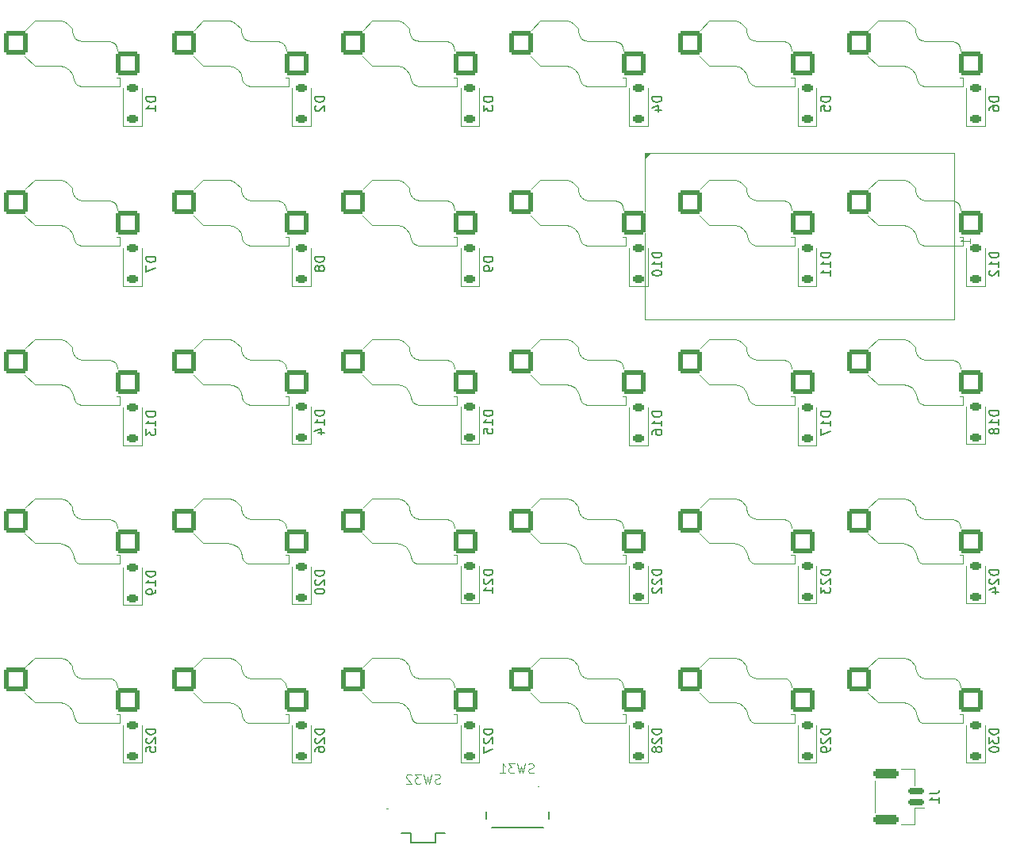
<source format=gbr>
G04 #@! TF.GenerationSoftware,KiCad,Pcbnew,9.0.0*
G04 #@! TF.CreationDate,2025-09-07T21:01:46+01:00*
G04 #@! TF.ProjectId,split_keyboard_1,73706c69-745f-46b6-9579-626f6172645f,rev?*
G04 #@! TF.SameCoordinates,Original*
G04 #@! TF.FileFunction,Legend,Bot*
G04 #@! TF.FilePolarity,Positive*
%FSLAX46Y46*%
G04 Gerber Fmt 4.6, Leading zero omitted, Abs format (unit mm)*
G04 Created by KiCad (PCBNEW 9.0.0) date 2025-09-07 21:01:46*
%MOMM*%
%LPD*%
G01*
G04 APERTURE LIST*
G04 Aperture macros list*
%AMRoundRect*
0 Rectangle with rounded corners*
0 $1 Rounding radius*
0 $2 $3 $4 $5 $6 $7 $8 $9 X,Y pos of 4 corners*
0 Add a 4 corners polygon primitive as box body*
4,1,4,$2,$3,$4,$5,$6,$7,$8,$9,$2,$3,0*
0 Add four circle primitives for the rounded corners*
1,1,$1+$1,$2,$3*
1,1,$1+$1,$4,$5*
1,1,$1+$1,$6,$7*
1,1,$1+$1,$8,$9*
0 Add four rect primitives between the rounded corners*
20,1,$1+$1,$2,$3,$4,$5,0*
20,1,$1+$1,$4,$5,$6,$7,0*
20,1,$1+$1,$6,$7,$8,$9,0*
20,1,$1+$1,$8,$9,$2,$3,0*%
G04 Aperture macros list end*
%ADD10C,0.100000*%
%ADD11C,0.150000*%
%ADD12C,0.120000*%
%ADD13C,0.200000*%
%ADD14C,0.063060*%
%ADD15C,1.900000*%
%ADD16C,3.050000*%
%ADD17C,3.450000*%
%ADD18RoundRect,0.250000X-1.025000X-1.000000X1.025000X-1.000000X1.025000X1.000000X-1.025000X1.000000X0*%
%ADD19C,1.700000*%
%ADD20RoundRect,0.225000X0.375000X-0.225000X0.375000X0.225000X-0.375000X0.225000X-0.375000X-0.225000X0*%
%ADD21C,0.900000*%
%ADD22R,0.700000X1.500000*%
%ADD23R,1.000000X0.800000*%
%ADD24C,0.750000*%
%ADD25R,1.550000X1.000000*%
%ADD26RoundRect,0.150000X0.700000X-0.150000X0.700000X0.150000X-0.700000X0.150000X-0.700000X-0.150000X0*%
%ADD27RoundRect,0.250000X1.100000X-0.250000X1.100000X0.250000X-1.100000X0.250000X-1.100000X-0.250000X0*%
G04 APERTURE END LIST*
D10*
X197147419Y-82858095D02*
X197956942Y-82858095D01*
X197956942Y-82858095D02*
X198052180Y-82905714D01*
X198052180Y-82905714D02*
X198099800Y-82953333D01*
X198099800Y-82953333D02*
X198147419Y-83048571D01*
X198147419Y-83048571D02*
X198147419Y-83239047D01*
X198147419Y-83239047D02*
X198099800Y-83334285D01*
X198099800Y-83334285D02*
X198052180Y-83381904D01*
X198052180Y-83381904D02*
X197956942Y-83429523D01*
X197956942Y-83429523D02*
X197147419Y-83429523D01*
X198147419Y-84429523D02*
X198147419Y-83858095D01*
X198147419Y-84143809D02*
X197147419Y-84143809D01*
X197147419Y-84143809D02*
X197290276Y-84048571D01*
X197290276Y-84048571D02*
X197385514Y-83953333D01*
X197385514Y-83953333D02*
X197433133Y-83858095D01*
D11*
X165204819Y-119285714D02*
X164204819Y-119285714D01*
X164204819Y-119285714D02*
X164204819Y-119523809D01*
X164204819Y-119523809D02*
X164252438Y-119666666D01*
X164252438Y-119666666D02*
X164347676Y-119761904D01*
X164347676Y-119761904D02*
X164442914Y-119809523D01*
X164442914Y-119809523D02*
X164633390Y-119857142D01*
X164633390Y-119857142D02*
X164776247Y-119857142D01*
X164776247Y-119857142D02*
X164966723Y-119809523D01*
X164966723Y-119809523D02*
X165061961Y-119761904D01*
X165061961Y-119761904D02*
X165157200Y-119666666D01*
X165157200Y-119666666D02*
X165204819Y-119523809D01*
X165204819Y-119523809D02*
X165204819Y-119285714D01*
X164300057Y-120238095D02*
X164252438Y-120285714D01*
X164252438Y-120285714D02*
X164204819Y-120380952D01*
X164204819Y-120380952D02*
X164204819Y-120619047D01*
X164204819Y-120619047D02*
X164252438Y-120714285D01*
X164252438Y-120714285D02*
X164300057Y-120761904D01*
X164300057Y-120761904D02*
X164395295Y-120809523D01*
X164395295Y-120809523D02*
X164490533Y-120809523D01*
X164490533Y-120809523D02*
X164633390Y-120761904D01*
X164633390Y-120761904D02*
X165204819Y-120190476D01*
X165204819Y-120190476D02*
X165204819Y-120809523D01*
X164300057Y-121190476D02*
X164252438Y-121238095D01*
X164252438Y-121238095D02*
X164204819Y-121333333D01*
X164204819Y-121333333D02*
X164204819Y-121571428D01*
X164204819Y-121571428D02*
X164252438Y-121666666D01*
X164252438Y-121666666D02*
X164300057Y-121714285D01*
X164300057Y-121714285D02*
X164395295Y-121761904D01*
X164395295Y-121761904D02*
X164490533Y-121761904D01*
X164490533Y-121761904D02*
X164633390Y-121714285D01*
X164633390Y-121714285D02*
X165204819Y-121142857D01*
X165204819Y-121142857D02*
X165204819Y-121761904D01*
X111204819Y-85861905D02*
X110204819Y-85861905D01*
X110204819Y-85861905D02*
X110204819Y-86100000D01*
X110204819Y-86100000D02*
X110252438Y-86242857D01*
X110252438Y-86242857D02*
X110347676Y-86338095D01*
X110347676Y-86338095D02*
X110442914Y-86385714D01*
X110442914Y-86385714D02*
X110633390Y-86433333D01*
X110633390Y-86433333D02*
X110776247Y-86433333D01*
X110776247Y-86433333D02*
X110966723Y-86385714D01*
X110966723Y-86385714D02*
X111061961Y-86338095D01*
X111061961Y-86338095D02*
X111157200Y-86242857D01*
X111157200Y-86242857D02*
X111204819Y-86100000D01*
X111204819Y-86100000D02*
X111204819Y-85861905D01*
X110204819Y-86766667D02*
X110204819Y-87433333D01*
X110204819Y-87433333D02*
X111204819Y-87004762D01*
D10*
X151559523Y-140924800D02*
X151416666Y-140972419D01*
X151416666Y-140972419D02*
X151178571Y-140972419D01*
X151178571Y-140972419D02*
X151083333Y-140924800D01*
X151083333Y-140924800D02*
X151035714Y-140877180D01*
X151035714Y-140877180D02*
X150988095Y-140781942D01*
X150988095Y-140781942D02*
X150988095Y-140686704D01*
X150988095Y-140686704D02*
X151035714Y-140591466D01*
X151035714Y-140591466D02*
X151083333Y-140543847D01*
X151083333Y-140543847D02*
X151178571Y-140496228D01*
X151178571Y-140496228D02*
X151369047Y-140448609D01*
X151369047Y-140448609D02*
X151464285Y-140400990D01*
X151464285Y-140400990D02*
X151511904Y-140353371D01*
X151511904Y-140353371D02*
X151559523Y-140258133D01*
X151559523Y-140258133D02*
X151559523Y-140162895D01*
X151559523Y-140162895D02*
X151511904Y-140067657D01*
X151511904Y-140067657D02*
X151464285Y-140020038D01*
X151464285Y-140020038D02*
X151369047Y-139972419D01*
X151369047Y-139972419D02*
X151130952Y-139972419D01*
X151130952Y-139972419D02*
X150988095Y-140020038D01*
X150654761Y-139972419D02*
X150416666Y-140972419D01*
X150416666Y-140972419D02*
X150226190Y-140258133D01*
X150226190Y-140258133D02*
X150035714Y-140972419D01*
X150035714Y-140972419D02*
X149797619Y-139972419D01*
X149511904Y-139972419D02*
X148892857Y-139972419D01*
X148892857Y-139972419D02*
X149226190Y-140353371D01*
X149226190Y-140353371D02*
X149083333Y-140353371D01*
X149083333Y-140353371D02*
X148988095Y-140400990D01*
X148988095Y-140400990D02*
X148940476Y-140448609D01*
X148940476Y-140448609D02*
X148892857Y-140543847D01*
X148892857Y-140543847D02*
X148892857Y-140781942D01*
X148892857Y-140781942D02*
X148940476Y-140877180D01*
X148940476Y-140877180D02*
X148988095Y-140924800D01*
X148988095Y-140924800D02*
X149083333Y-140972419D01*
X149083333Y-140972419D02*
X149369047Y-140972419D01*
X149369047Y-140972419D02*
X149464285Y-140924800D01*
X149464285Y-140924800D02*
X149511904Y-140877180D01*
X147940476Y-140972419D02*
X148511904Y-140972419D01*
X148226190Y-140972419D02*
X148226190Y-139972419D01*
X148226190Y-139972419D02*
X148321428Y-140115276D01*
X148321428Y-140115276D02*
X148416666Y-140210514D01*
X148416666Y-140210514D02*
X148511904Y-140258133D01*
D11*
X129204819Y-119385714D02*
X128204819Y-119385714D01*
X128204819Y-119385714D02*
X128204819Y-119623809D01*
X128204819Y-119623809D02*
X128252438Y-119766666D01*
X128252438Y-119766666D02*
X128347676Y-119861904D01*
X128347676Y-119861904D02*
X128442914Y-119909523D01*
X128442914Y-119909523D02*
X128633390Y-119957142D01*
X128633390Y-119957142D02*
X128776247Y-119957142D01*
X128776247Y-119957142D02*
X128966723Y-119909523D01*
X128966723Y-119909523D02*
X129061961Y-119861904D01*
X129061961Y-119861904D02*
X129157200Y-119766666D01*
X129157200Y-119766666D02*
X129204819Y-119623809D01*
X129204819Y-119623809D02*
X129204819Y-119385714D01*
X128300057Y-120338095D02*
X128252438Y-120385714D01*
X128252438Y-120385714D02*
X128204819Y-120480952D01*
X128204819Y-120480952D02*
X128204819Y-120719047D01*
X128204819Y-120719047D02*
X128252438Y-120814285D01*
X128252438Y-120814285D02*
X128300057Y-120861904D01*
X128300057Y-120861904D02*
X128395295Y-120909523D01*
X128395295Y-120909523D02*
X128490533Y-120909523D01*
X128490533Y-120909523D02*
X128633390Y-120861904D01*
X128633390Y-120861904D02*
X129204819Y-120290476D01*
X129204819Y-120290476D02*
X129204819Y-120909523D01*
X128204819Y-121528571D02*
X128204819Y-121623809D01*
X128204819Y-121623809D02*
X128252438Y-121719047D01*
X128252438Y-121719047D02*
X128300057Y-121766666D01*
X128300057Y-121766666D02*
X128395295Y-121814285D01*
X128395295Y-121814285D02*
X128585771Y-121861904D01*
X128585771Y-121861904D02*
X128823866Y-121861904D01*
X128823866Y-121861904D02*
X129014342Y-121814285D01*
X129014342Y-121814285D02*
X129109580Y-121766666D01*
X129109580Y-121766666D02*
X129157200Y-121719047D01*
X129157200Y-121719047D02*
X129204819Y-121623809D01*
X129204819Y-121623809D02*
X129204819Y-121528571D01*
X129204819Y-121528571D02*
X129157200Y-121433333D01*
X129157200Y-121433333D02*
X129109580Y-121385714D01*
X129109580Y-121385714D02*
X129014342Y-121338095D01*
X129014342Y-121338095D02*
X128823866Y-121290476D01*
X128823866Y-121290476D02*
X128585771Y-121290476D01*
X128585771Y-121290476D02*
X128395295Y-121338095D01*
X128395295Y-121338095D02*
X128300057Y-121385714D01*
X128300057Y-121385714D02*
X128252438Y-121433333D01*
X128252438Y-121433333D02*
X128204819Y-121528571D01*
X183204819Y-102385714D02*
X182204819Y-102385714D01*
X182204819Y-102385714D02*
X182204819Y-102623809D01*
X182204819Y-102623809D02*
X182252438Y-102766666D01*
X182252438Y-102766666D02*
X182347676Y-102861904D01*
X182347676Y-102861904D02*
X182442914Y-102909523D01*
X182442914Y-102909523D02*
X182633390Y-102957142D01*
X182633390Y-102957142D02*
X182776247Y-102957142D01*
X182776247Y-102957142D02*
X182966723Y-102909523D01*
X182966723Y-102909523D02*
X183061961Y-102861904D01*
X183061961Y-102861904D02*
X183157200Y-102766666D01*
X183157200Y-102766666D02*
X183204819Y-102623809D01*
X183204819Y-102623809D02*
X183204819Y-102385714D01*
X183204819Y-103909523D02*
X183204819Y-103338095D01*
X183204819Y-103623809D02*
X182204819Y-103623809D01*
X182204819Y-103623809D02*
X182347676Y-103528571D01*
X182347676Y-103528571D02*
X182442914Y-103433333D01*
X182442914Y-103433333D02*
X182490533Y-103338095D01*
X182204819Y-104242857D02*
X182204819Y-104909523D01*
X182204819Y-104909523D02*
X183204819Y-104480952D01*
X147204819Y-68761905D02*
X146204819Y-68761905D01*
X146204819Y-68761905D02*
X146204819Y-69000000D01*
X146204819Y-69000000D02*
X146252438Y-69142857D01*
X146252438Y-69142857D02*
X146347676Y-69238095D01*
X146347676Y-69238095D02*
X146442914Y-69285714D01*
X146442914Y-69285714D02*
X146633390Y-69333333D01*
X146633390Y-69333333D02*
X146776247Y-69333333D01*
X146776247Y-69333333D02*
X146966723Y-69285714D01*
X146966723Y-69285714D02*
X147061961Y-69238095D01*
X147061961Y-69238095D02*
X147157200Y-69142857D01*
X147157200Y-69142857D02*
X147204819Y-69000000D01*
X147204819Y-69000000D02*
X147204819Y-68761905D01*
X146204819Y-69666667D02*
X146204819Y-70285714D01*
X146204819Y-70285714D02*
X146585771Y-69952381D01*
X146585771Y-69952381D02*
X146585771Y-70095238D01*
X146585771Y-70095238D02*
X146633390Y-70190476D01*
X146633390Y-70190476D02*
X146681009Y-70238095D01*
X146681009Y-70238095D02*
X146776247Y-70285714D01*
X146776247Y-70285714D02*
X147014342Y-70285714D01*
X147014342Y-70285714D02*
X147109580Y-70238095D01*
X147109580Y-70238095D02*
X147157200Y-70190476D01*
X147157200Y-70190476D02*
X147204819Y-70095238D01*
X147204819Y-70095238D02*
X147204819Y-69809524D01*
X147204819Y-69809524D02*
X147157200Y-69714286D01*
X147157200Y-69714286D02*
X147109580Y-69666667D01*
X183204819Y-85385714D02*
X182204819Y-85385714D01*
X182204819Y-85385714D02*
X182204819Y-85623809D01*
X182204819Y-85623809D02*
X182252438Y-85766666D01*
X182252438Y-85766666D02*
X182347676Y-85861904D01*
X182347676Y-85861904D02*
X182442914Y-85909523D01*
X182442914Y-85909523D02*
X182633390Y-85957142D01*
X182633390Y-85957142D02*
X182776247Y-85957142D01*
X182776247Y-85957142D02*
X182966723Y-85909523D01*
X182966723Y-85909523D02*
X183061961Y-85861904D01*
X183061961Y-85861904D02*
X183157200Y-85766666D01*
X183157200Y-85766666D02*
X183204819Y-85623809D01*
X183204819Y-85623809D02*
X183204819Y-85385714D01*
X183204819Y-86909523D02*
X183204819Y-86338095D01*
X183204819Y-86623809D02*
X182204819Y-86623809D01*
X182204819Y-86623809D02*
X182347676Y-86528571D01*
X182347676Y-86528571D02*
X182442914Y-86433333D01*
X182442914Y-86433333D02*
X182490533Y-86338095D01*
X183204819Y-87861904D02*
X183204819Y-87290476D01*
X183204819Y-87576190D02*
X182204819Y-87576190D01*
X182204819Y-87576190D02*
X182347676Y-87480952D01*
X182347676Y-87480952D02*
X182442914Y-87385714D01*
X182442914Y-87385714D02*
X182490533Y-87290476D01*
X183204819Y-68761905D02*
X182204819Y-68761905D01*
X182204819Y-68761905D02*
X182204819Y-69000000D01*
X182204819Y-69000000D02*
X182252438Y-69142857D01*
X182252438Y-69142857D02*
X182347676Y-69238095D01*
X182347676Y-69238095D02*
X182442914Y-69285714D01*
X182442914Y-69285714D02*
X182633390Y-69333333D01*
X182633390Y-69333333D02*
X182776247Y-69333333D01*
X182776247Y-69333333D02*
X182966723Y-69285714D01*
X182966723Y-69285714D02*
X183061961Y-69238095D01*
X183061961Y-69238095D02*
X183157200Y-69142857D01*
X183157200Y-69142857D02*
X183204819Y-69000000D01*
X183204819Y-69000000D02*
X183204819Y-68761905D01*
X182204819Y-70238095D02*
X182204819Y-69761905D01*
X182204819Y-69761905D02*
X182681009Y-69714286D01*
X182681009Y-69714286D02*
X182633390Y-69761905D01*
X182633390Y-69761905D02*
X182585771Y-69857143D01*
X182585771Y-69857143D02*
X182585771Y-70095238D01*
X182585771Y-70095238D02*
X182633390Y-70190476D01*
X182633390Y-70190476D02*
X182681009Y-70238095D01*
X182681009Y-70238095D02*
X182776247Y-70285714D01*
X182776247Y-70285714D02*
X183014342Y-70285714D01*
X183014342Y-70285714D02*
X183109580Y-70238095D01*
X183109580Y-70238095D02*
X183157200Y-70190476D01*
X183157200Y-70190476D02*
X183204819Y-70095238D01*
X183204819Y-70095238D02*
X183204819Y-69857143D01*
X183204819Y-69857143D02*
X183157200Y-69761905D01*
X183157200Y-69761905D02*
X183109580Y-69714286D01*
X201204819Y-85385714D02*
X200204819Y-85385714D01*
X200204819Y-85385714D02*
X200204819Y-85623809D01*
X200204819Y-85623809D02*
X200252438Y-85766666D01*
X200252438Y-85766666D02*
X200347676Y-85861904D01*
X200347676Y-85861904D02*
X200442914Y-85909523D01*
X200442914Y-85909523D02*
X200633390Y-85957142D01*
X200633390Y-85957142D02*
X200776247Y-85957142D01*
X200776247Y-85957142D02*
X200966723Y-85909523D01*
X200966723Y-85909523D02*
X201061961Y-85861904D01*
X201061961Y-85861904D02*
X201157200Y-85766666D01*
X201157200Y-85766666D02*
X201204819Y-85623809D01*
X201204819Y-85623809D02*
X201204819Y-85385714D01*
X201204819Y-86909523D02*
X201204819Y-86338095D01*
X201204819Y-86623809D02*
X200204819Y-86623809D01*
X200204819Y-86623809D02*
X200347676Y-86528571D01*
X200347676Y-86528571D02*
X200442914Y-86433333D01*
X200442914Y-86433333D02*
X200490533Y-86338095D01*
X200300057Y-87290476D02*
X200252438Y-87338095D01*
X200252438Y-87338095D02*
X200204819Y-87433333D01*
X200204819Y-87433333D02*
X200204819Y-87671428D01*
X200204819Y-87671428D02*
X200252438Y-87766666D01*
X200252438Y-87766666D02*
X200300057Y-87814285D01*
X200300057Y-87814285D02*
X200395295Y-87861904D01*
X200395295Y-87861904D02*
X200490533Y-87861904D01*
X200490533Y-87861904D02*
X200633390Y-87814285D01*
X200633390Y-87814285D02*
X201204819Y-87242857D01*
X201204819Y-87242857D02*
X201204819Y-87861904D01*
X201204819Y-119285714D02*
X200204819Y-119285714D01*
X200204819Y-119285714D02*
X200204819Y-119523809D01*
X200204819Y-119523809D02*
X200252438Y-119666666D01*
X200252438Y-119666666D02*
X200347676Y-119761904D01*
X200347676Y-119761904D02*
X200442914Y-119809523D01*
X200442914Y-119809523D02*
X200633390Y-119857142D01*
X200633390Y-119857142D02*
X200776247Y-119857142D01*
X200776247Y-119857142D02*
X200966723Y-119809523D01*
X200966723Y-119809523D02*
X201061961Y-119761904D01*
X201061961Y-119761904D02*
X201157200Y-119666666D01*
X201157200Y-119666666D02*
X201204819Y-119523809D01*
X201204819Y-119523809D02*
X201204819Y-119285714D01*
X200300057Y-120238095D02*
X200252438Y-120285714D01*
X200252438Y-120285714D02*
X200204819Y-120380952D01*
X200204819Y-120380952D02*
X200204819Y-120619047D01*
X200204819Y-120619047D02*
X200252438Y-120714285D01*
X200252438Y-120714285D02*
X200300057Y-120761904D01*
X200300057Y-120761904D02*
X200395295Y-120809523D01*
X200395295Y-120809523D02*
X200490533Y-120809523D01*
X200490533Y-120809523D02*
X200633390Y-120761904D01*
X200633390Y-120761904D02*
X201204819Y-120190476D01*
X201204819Y-120190476D02*
X201204819Y-120809523D01*
X200538152Y-121666666D02*
X201204819Y-121666666D01*
X200157200Y-121428571D02*
X200871485Y-121190476D01*
X200871485Y-121190476D02*
X200871485Y-121809523D01*
X111204819Y-136285714D02*
X110204819Y-136285714D01*
X110204819Y-136285714D02*
X110204819Y-136523809D01*
X110204819Y-136523809D02*
X110252438Y-136666666D01*
X110252438Y-136666666D02*
X110347676Y-136761904D01*
X110347676Y-136761904D02*
X110442914Y-136809523D01*
X110442914Y-136809523D02*
X110633390Y-136857142D01*
X110633390Y-136857142D02*
X110776247Y-136857142D01*
X110776247Y-136857142D02*
X110966723Y-136809523D01*
X110966723Y-136809523D02*
X111061961Y-136761904D01*
X111061961Y-136761904D02*
X111157200Y-136666666D01*
X111157200Y-136666666D02*
X111204819Y-136523809D01*
X111204819Y-136523809D02*
X111204819Y-136285714D01*
X110300057Y-137238095D02*
X110252438Y-137285714D01*
X110252438Y-137285714D02*
X110204819Y-137380952D01*
X110204819Y-137380952D02*
X110204819Y-137619047D01*
X110204819Y-137619047D02*
X110252438Y-137714285D01*
X110252438Y-137714285D02*
X110300057Y-137761904D01*
X110300057Y-137761904D02*
X110395295Y-137809523D01*
X110395295Y-137809523D02*
X110490533Y-137809523D01*
X110490533Y-137809523D02*
X110633390Y-137761904D01*
X110633390Y-137761904D02*
X111204819Y-137190476D01*
X111204819Y-137190476D02*
X111204819Y-137809523D01*
X110204819Y-138714285D02*
X110204819Y-138238095D01*
X110204819Y-138238095D02*
X110681009Y-138190476D01*
X110681009Y-138190476D02*
X110633390Y-138238095D01*
X110633390Y-138238095D02*
X110585771Y-138333333D01*
X110585771Y-138333333D02*
X110585771Y-138571428D01*
X110585771Y-138571428D02*
X110633390Y-138666666D01*
X110633390Y-138666666D02*
X110681009Y-138714285D01*
X110681009Y-138714285D02*
X110776247Y-138761904D01*
X110776247Y-138761904D02*
X111014342Y-138761904D01*
X111014342Y-138761904D02*
X111109580Y-138714285D01*
X111109580Y-138714285D02*
X111157200Y-138666666D01*
X111157200Y-138666666D02*
X111204819Y-138571428D01*
X111204819Y-138571428D02*
X111204819Y-138333333D01*
X111204819Y-138333333D02*
X111157200Y-138238095D01*
X111157200Y-138238095D02*
X111109580Y-138190476D01*
X165204819Y-68761905D02*
X164204819Y-68761905D01*
X164204819Y-68761905D02*
X164204819Y-69000000D01*
X164204819Y-69000000D02*
X164252438Y-69142857D01*
X164252438Y-69142857D02*
X164347676Y-69238095D01*
X164347676Y-69238095D02*
X164442914Y-69285714D01*
X164442914Y-69285714D02*
X164633390Y-69333333D01*
X164633390Y-69333333D02*
X164776247Y-69333333D01*
X164776247Y-69333333D02*
X164966723Y-69285714D01*
X164966723Y-69285714D02*
X165061961Y-69238095D01*
X165061961Y-69238095D02*
X165157200Y-69142857D01*
X165157200Y-69142857D02*
X165204819Y-69000000D01*
X165204819Y-69000000D02*
X165204819Y-68761905D01*
X164538152Y-70190476D02*
X165204819Y-70190476D01*
X164157200Y-69952381D02*
X164871485Y-69714286D01*
X164871485Y-69714286D02*
X164871485Y-70333333D01*
X201204819Y-136285714D02*
X200204819Y-136285714D01*
X200204819Y-136285714D02*
X200204819Y-136523809D01*
X200204819Y-136523809D02*
X200252438Y-136666666D01*
X200252438Y-136666666D02*
X200347676Y-136761904D01*
X200347676Y-136761904D02*
X200442914Y-136809523D01*
X200442914Y-136809523D02*
X200633390Y-136857142D01*
X200633390Y-136857142D02*
X200776247Y-136857142D01*
X200776247Y-136857142D02*
X200966723Y-136809523D01*
X200966723Y-136809523D02*
X201061961Y-136761904D01*
X201061961Y-136761904D02*
X201157200Y-136666666D01*
X201157200Y-136666666D02*
X201204819Y-136523809D01*
X201204819Y-136523809D02*
X201204819Y-136285714D01*
X200204819Y-137190476D02*
X200204819Y-137809523D01*
X200204819Y-137809523D02*
X200585771Y-137476190D01*
X200585771Y-137476190D02*
X200585771Y-137619047D01*
X200585771Y-137619047D02*
X200633390Y-137714285D01*
X200633390Y-137714285D02*
X200681009Y-137761904D01*
X200681009Y-137761904D02*
X200776247Y-137809523D01*
X200776247Y-137809523D02*
X201014342Y-137809523D01*
X201014342Y-137809523D02*
X201109580Y-137761904D01*
X201109580Y-137761904D02*
X201157200Y-137714285D01*
X201157200Y-137714285D02*
X201204819Y-137619047D01*
X201204819Y-137619047D02*
X201204819Y-137333333D01*
X201204819Y-137333333D02*
X201157200Y-137238095D01*
X201157200Y-137238095D02*
X201109580Y-137190476D01*
X200204819Y-138428571D02*
X200204819Y-138523809D01*
X200204819Y-138523809D02*
X200252438Y-138619047D01*
X200252438Y-138619047D02*
X200300057Y-138666666D01*
X200300057Y-138666666D02*
X200395295Y-138714285D01*
X200395295Y-138714285D02*
X200585771Y-138761904D01*
X200585771Y-138761904D02*
X200823866Y-138761904D01*
X200823866Y-138761904D02*
X201014342Y-138714285D01*
X201014342Y-138714285D02*
X201109580Y-138666666D01*
X201109580Y-138666666D02*
X201157200Y-138619047D01*
X201157200Y-138619047D02*
X201204819Y-138523809D01*
X201204819Y-138523809D02*
X201204819Y-138428571D01*
X201204819Y-138428571D02*
X201157200Y-138333333D01*
X201157200Y-138333333D02*
X201109580Y-138285714D01*
X201109580Y-138285714D02*
X201014342Y-138238095D01*
X201014342Y-138238095D02*
X200823866Y-138190476D01*
X200823866Y-138190476D02*
X200585771Y-138190476D01*
X200585771Y-138190476D02*
X200395295Y-138238095D01*
X200395295Y-138238095D02*
X200300057Y-138285714D01*
X200300057Y-138285714D02*
X200252438Y-138333333D01*
X200252438Y-138333333D02*
X200204819Y-138428571D01*
D10*
X141559523Y-142059800D02*
X141416666Y-142107419D01*
X141416666Y-142107419D02*
X141178571Y-142107419D01*
X141178571Y-142107419D02*
X141083333Y-142059800D01*
X141083333Y-142059800D02*
X141035714Y-142012180D01*
X141035714Y-142012180D02*
X140988095Y-141916942D01*
X140988095Y-141916942D02*
X140988095Y-141821704D01*
X140988095Y-141821704D02*
X141035714Y-141726466D01*
X141035714Y-141726466D02*
X141083333Y-141678847D01*
X141083333Y-141678847D02*
X141178571Y-141631228D01*
X141178571Y-141631228D02*
X141369047Y-141583609D01*
X141369047Y-141583609D02*
X141464285Y-141535990D01*
X141464285Y-141535990D02*
X141511904Y-141488371D01*
X141511904Y-141488371D02*
X141559523Y-141393133D01*
X141559523Y-141393133D02*
X141559523Y-141297895D01*
X141559523Y-141297895D02*
X141511904Y-141202657D01*
X141511904Y-141202657D02*
X141464285Y-141155038D01*
X141464285Y-141155038D02*
X141369047Y-141107419D01*
X141369047Y-141107419D02*
X141130952Y-141107419D01*
X141130952Y-141107419D02*
X140988095Y-141155038D01*
X140654761Y-141107419D02*
X140416666Y-142107419D01*
X140416666Y-142107419D02*
X140226190Y-141393133D01*
X140226190Y-141393133D02*
X140035714Y-142107419D01*
X140035714Y-142107419D02*
X139797619Y-141107419D01*
X139511904Y-141107419D02*
X138892857Y-141107419D01*
X138892857Y-141107419D02*
X139226190Y-141488371D01*
X139226190Y-141488371D02*
X139083333Y-141488371D01*
X139083333Y-141488371D02*
X138988095Y-141535990D01*
X138988095Y-141535990D02*
X138940476Y-141583609D01*
X138940476Y-141583609D02*
X138892857Y-141678847D01*
X138892857Y-141678847D02*
X138892857Y-141916942D01*
X138892857Y-141916942D02*
X138940476Y-142012180D01*
X138940476Y-142012180D02*
X138988095Y-142059800D01*
X138988095Y-142059800D02*
X139083333Y-142107419D01*
X139083333Y-142107419D02*
X139369047Y-142107419D01*
X139369047Y-142107419D02*
X139464285Y-142059800D01*
X139464285Y-142059800D02*
X139511904Y-142012180D01*
X138511904Y-141202657D02*
X138464285Y-141155038D01*
X138464285Y-141155038D02*
X138369047Y-141107419D01*
X138369047Y-141107419D02*
X138130952Y-141107419D01*
X138130952Y-141107419D02*
X138035714Y-141155038D01*
X138035714Y-141155038D02*
X137988095Y-141202657D01*
X137988095Y-141202657D02*
X137940476Y-141297895D01*
X137940476Y-141297895D02*
X137940476Y-141393133D01*
X137940476Y-141393133D02*
X137988095Y-141535990D01*
X137988095Y-141535990D02*
X138559523Y-142107419D01*
X138559523Y-142107419D02*
X137940476Y-142107419D01*
D11*
X111204819Y-68761905D02*
X110204819Y-68761905D01*
X110204819Y-68761905D02*
X110204819Y-69000000D01*
X110204819Y-69000000D02*
X110252438Y-69142857D01*
X110252438Y-69142857D02*
X110347676Y-69238095D01*
X110347676Y-69238095D02*
X110442914Y-69285714D01*
X110442914Y-69285714D02*
X110633390Y-69333333D01*
X110633390Y-69333333D02*
X110776247Y-69333333D01*
X110776247Y-69333333D02*
X110966723Y-69285714D01*
X110966723Y-69285714D02*
X111061961Y-69238095D01*
X111061961Y-69238095D02*
X111157200Y-69142857D01*
X111157200Y-69142857D02*
X111204819Y-69000000D01*
X111204819Y-69000000D02*
X111204819Y-68761905D01*
X111204819Y-70285714D02*
X111204819Y-69714286D01*
X111204819Y-70000000D02*
X110204819Y-70000000D01*
X110204819Y-70000000D02*
X110347676Y-69904762D01*
X110347676Y-69904762D02*
X110442914Y-69809524D01*
X110442914Y-69809524D02*
X110490533Y-69714286D01*
X147204819Y-102285714D02*
X146204819Y-102285714D01*
X146204819Y-102285714D02*
X146204819Y-102523809D01*
X146204819Y-102523809D02*
X146252438Y-102666666D01*
X146252438Y-102666666D02*
X146347676Y-102761904D01*
X146347676Y-102761904D02*
X146442914Y-102809523D01*
X146442914Y-102809523D02*
X146633390Y-102857142D01*
X146633390Y-102857142D02*
X146776247Y-102857142D01*
X146776247Y-102857142D02*
X146966723Y-102809523D01*
X146966723Y-102809523D02*
X147061961Y-102761904D01*
X147061961Y-102761904D02*
X147157200Y-102666666D01*
X147157200Y-102666666D02*
X147204819Y-102523809D01*
X147204819Y-102523809D02*
X147204819Y-102285714D01*
X147204819Y-103809523D02*
X147204819Y-103238095D01*
X147204819Y-103523809D02*
X146204819Y-103523809D01*
X146204819Y-103523809D02*
X146347676Y-103428571D01*
X146347676Y-103428571D02*
X146442914Y-103333333D01*
X146442914Y-103333333D02*
X146490533Y-103238095D01*
X146204819Y-104714285D02*
X146204819Y-104238095D01*
X146204819Y-104238095D02*
X146681009Y-104190476D01*
X146681009Y-104190476D02*
X146633390Y-104238095D01*
X146633390Y-104238095D02*
X146585771Y-104333333D01*
X146585771Y-104333333D02*
X146585771Y-104571428D01*
X146585771Y-104571428D02*
X146633390Y-104666666D01*
X146633390Y-104666666D02*
X146681009Y-104714285D01*
X146681009Y-104714285D02*
X146776247Y-104761904D01*
X146776247Y-104761904D02*
X147014342Y-104761904D01*
X147014342Y-104761904D02*
X147109580Y-104714285D01*
X147109580Y-104714285D02*
X147157200Y-104666666D01*
X147157200Y-104666666D02*
X147204819Y-104571428D01*
X147204819Y-104571428D02*
X147204819Y-104333333D01*
X147204819Y-104333333D02*
X147157200Y-104238095D01*
X147157200Y-104238095D02*
X147109580Y-104190476D01*
X129204819Y-102285714D02*
X128204819Y-102285714D01*
X128204819Y-102285714D02*
X128204819Y-102523809D01*
X128204819Y-102523809D02*
X128252438Y-102666666D01*
X128252438Y-102666666D02*
X128347676Y-102761904D01*
X128347676Y-102761904D02*
X128442914Y-102809523D01*
X128442914Y-102809523D02*
X128633390Y-102857142D01*
X128633390Y-102857142D02*
X128776247Y-102857142D01*
X128776247Y-102857142D02*
X128966723Y-102809523D01*
X128966723Y-102809523D02*
X129061961Y-102761904D01*
X129061961Y-102761904D02*
X129157200Y-102666666D01*
X129157200Y-102666666D02*
X129204819Y-102523809D01*
X129204819Y-102523809D02*
X129204819Y-102285714D01*
X129204819Y-103809523D02*
X129204819Y-103238095D01*
X129204819Y-103523809D02*
X128204819Y-103523809D01*
X128204819Y-103523809D02*
X128347676Y-103428571D01*
X128347676Y-103428571D02*
X128442914Y-103333333D01*
X128442914Y-103333333D02*
X128490533Y-103238095D01*
X128538152Y-104666666D02*
X129204819Y-104666666D01*
X128157200Y-104428571D02*
X128871485Y-104190476D01*
X128871485Y-104190476D02*
X128871485Y-104809523D01*
X147204819Y-85861905D02*
X146204819Y-85861905D01*
X146204819Y-85861905D02*
X146204819Y-86100000D01*
X146204819Y-86100000D02*
X146252438Y-86242857D01*
X146252438Y-86242857D02*
X146347676Y-86338095D01*
X146347676Y-86338095D02*
X146442914Y-86385714D01*
X146442914Y-86385714D02*
X146633390Y-86433333D01*
X146633390Y-86433333D02*
X146776247Y-86433333D01*
X146776247Y-86433333D02*
X146966723Y-86385714D01*
X146966723Y-86385714D02*
X147061961Y-86338095D01*
X147061961Y-86338095D02*
X147157200Y-86242857D01*
X147157200Y-86242857D02*
X147204819Y-86100000D01*
X147204819Y-86100000D02*
X147204819Y-85861905D01*
X147204819Y-86909524D02*
X147204819Y-87100000D01*
X147204819Y-87100000D02*
X147157200Y-87195238D01*
X147157200Y-87195238D02*
X147109580Y-87242857D01*
X147109580Y-87242857D02*
X146966723Y-87338095D01*
X146966723Y-87338095D02*
X146776247Y-87385714D01*
X146776247Y-87385714D02*
X146395295Y-87385714D01*
X146395295Y-87385714D02*
X146300057Y-87338095D01*
X146300057Y-87338095D02*
X146252438Y-87290476D01*
X146252438Y-87290476D02*
X146204819Y-87195238D01*
X146204819Y-87195238D02*
X146204819Y-87004762D01*
X146204819Y-87004762D02*
X146252438Y-86909524D01*
X146252438Y-86909524D02*
X146300057Y-86861905D01*
X146300057Y-86861905D02*
X146395295Y-86814286D01*
X146395295Y-86814286D02*
X146633390Y-86814286D01*
X146633390Y-86814286D02*
X146728628Y-86861905D01*
X146728628Y-86861905D02*
X146776247Y-86909524D01*
X146776247Y-86909524D02*
X146823866Y-87004762D01*
X146823866Y-87004762D02*
X146823866Y-87195238D01*
X146823866Y-87195238D02*
X146776247Y-87290476D01*
X146776247Y-87290476D02*
X146728628Y-87338095D01*
X146728628Y-87338095D02*
X146633390Y-87385714D01*
X129204819Y-85861905D02*
X128204819Y-85861905D01*
X128204819Y-85861905D02*
X128204819Y-86100000D01*
X128204819Y-86100000D02*
X128252438Y-86242857D01*
X128252438Y-86242857D02*
X128347676Y-86338095D01*
X128347676Y-86338095D02*
X128442914Y-86385714D01*
X128442914Y-86385714D02*
X128633390Y-86433333D01*
X128633390Y-86433333D02*
X128776247Y-86433333D01*
X128776247Y-86433333D02*
X128966723Y-86385714D01*
X128966723Y-86385714D02*
X129061961Y-86338095D01*
X129061961Y-86338095D02*
X129157200Y-86242857D01*
X129157200Y-86242857D02*
X129204819Y-86100000D01*
X129204819Y-86100000D02*
X129204819Y-85861905D01*
X128633390Y-87004762D02*
X128585771Y-86909524D01*
X128585771Y-86909524D02*
X128538152Y-86861905D01*
X128538152Y-86861905D02*
X128442914Y-86814286D01*
X128442914Y-86814286D02*
X128395295Y-86814286D01*
X128395295Y-86814286D02*
X128300057Y-86861905D01*
X128300057Y-86861905D02*
X128252438Y-86909524D01*
X128252438Y-86909524D02*
X128204819Y-87004762D01*
X128204819Y-87004762D02*
X128204819Y-87195238D01*
X128204819Y-87195238D02*
X128252438Y-87290476D01*
X128252438Y-87290476D02*
X128300057Y-87338095D01*
X128300057Y-87338095D02*
X128395295Y-87385714D01*
X128395295Y-87385714D02*
X128442914Y-87385714D01*
X128442914Y-87385714D02*
X128538152Y-87338095D01*
X128538152Y-87338095D02*
X128585771Y-87290476D01*
X128585771Y-87290476D02*
X128633390Y-87195238D01*
X128633390Y-87195238D02*
X128633390Y-87004762D01*
X128633390Y-87004762D02*
X128681009Y-86909524D01*
X128681009Y-86909524D02*
X128728628Y-86861905D01*
X128728628Y-86861905D02*
X128823866Y-86814286D01*
X128823866Y-86814286D02*
X129014342Y-86814286D01*
X129014342Y-86814286D02*
X129109580Y-86861905D01*
X129109580Y-86861905D02*
X129157200Y-86909524D01*
X129157200Y-86909524D02*
X129204819Y-87004762D01*
X129204819Y-87004762D02*
X129204819Y-87195238D01*
X129204819Y-87195238D02*
X129157200Y-87290476D01*
X129157200Y-87290476D02*
X129109580Y-87338095D01*
X129109580Y-87338095D02*
X129014342Y-87385714D01*
X129014342Y-87385714D02*
X128823866Y-87385714D01*
X128823866Y-87385714D02*
X128728628Y-87338095D01*
X128728628Y-87338095D02*
X128681009Y-87290476D01*
X128681009Y-87290476D02*
X128633390Y-87195238D01*
X165204819Y-136285714D02*
X164204819Y-136285714D01*
X164204819Y-136285714D02*
X164204819Y-136523809D01*
X164204819Y-136523809D02*
X164252438Y-136666666D01*
X164252438Y-136666666D02*
X164347676Y-136761904D01*
X164347676Y-136761904D02*
X164442914Y-136809523D01*
X164442914Y-136809523D02*
X164633390Y-136857142D01*
X164633390Y-136857142D02*
X164776247Y-136857142D01*
X164776247Y-136857142D02*
X164966723Y-136809523D01*
X164966723Y-136809523D02*
X165061961Y-136761904D01*
X165061961Y-136761904D02*
X165157200Y-136666666D01*
X165157200Y-136666666D02*
X165204819Y-136523809D01*
X165204819Y-136523809D02*
X165204819Y-136285714D01*
X164300057Y-137238095D02*
X164252438Y-137285714D01*
X164252438Y-137285714D02*
X164204819Y-137380952D01*
X164204819Y-137380952D02*
X164204819Y-137619047D01*
X164204819Y-137619047D02*
X164252438Y-137714285D01*
X164252438Y-137714285D02*
X164300057Y-137761904D01*
X164300057Y-137761904D02*
X164395295Y-137809523D01*
X164395295Y-137809523D02*
X164490533Y-137809523D01*
X164490533Y-137809523D02*
X164633390Y-137761904D01*
X164633390Y-137761904D02*
X165204819Y-137190476D01*
X165204819Y-137190476D02*
X165204819Y-137809523D01*
X164633390Y-138380952D02*
X164585771Y-138285714D01*
X164585771Y-138285714D02*
X164538152Y-138238095D01*
X164538152Y-138238095D02*
X164442914Y-138190476D01*
X164442914Y-138190476D02*
X164395295Y-138190476D01*
X164395295Y-138190476D02*
X164300057Y-138238095D01*
X164300057Y-138238095D02*
X164252438Y-138285714D01*
X164252438Y-138285714D02*
X164204819Y-138380952D01*
X164204819Y-138380952D02*
X164204819Y-138571428D01*
X164204819Y-138571428D02*
X164252438Y-138666666D01*
X164252438Y-138666666D02*
X164300057Y-138714285D01*
X164300057Y-138714285D02*
X164395295Y-138761904D01*
X164395295Y-138761904D02*
X164442914Y-138761904D01*
X164442914Y-138761904D02*
X164538152Y-138714285D01*
X164538152Y-138714285D02*
X164585771Y-138666666D01*
X164585771Y-138666666D02*
X164633390Y-138571428D01*
X164633390Y-138571428D02*
X164633390Y-138380952D01*
X164633390Y-138380952D02*
X164681009Y-138285714D01*
X164681009Y-138285714D02*
X164728628Y-138238095D01*
X164728628Y-138238095D02*
X164823866Y-138190476D01*
X164823866Y-138190476D02*
X165014342Y-138190476D01*
X165014342Y-138190476D02*
X165109580Y-138238095D01*
X165109580Y-138238095D02*
X165157200Y-138285714D01*
X165157200Y-138285714D02*
X165204819Y-138380952D01*
X165204819Y-138380952D02*
X165204819Y-138571428D01*
X165204819Y-138571428D02*
X165157200Y-138666666D01*
X165157200Y-138666666D02*
X165109580Y-138714285D01*
X165109580Y-138714285D02*
X165014342Y-138761904D01*
X165014342Y-138761904D02*
X164823866Y-138761904D01*
X164823866Y-138761904D02*
X164728628Y-138714285D01*
X164728628Y-138714285D02*
X164681009Y-138666666D01*
X164681009Y-138666666D02*
X164633390Y-138571428D01*
X147204819Y-136285714D02*
X146204819Y-136285714D01*
X146204819Y-136285714D02*
X146204819Y-136523809D01*
X146204819Y-136523809D02*
X146252438Y-136666666D01*
X146252438Y-136666666D02*
X146347676Y-136761904D01*
X146347676Y-136761904D02*
X146442914Y-136809523D01*
X146442914Y-136809523D02*
X146633390Y-136857142D01*
X146633390Y-136857142D02*
X146776247Y-136857142D01*
X146776247Y-136857142D02*
X146966723Y-136809523D01*
X146966723Y-136809523D02*
X147061961Y-136761904D01*
X147061961Y-136761904D02*
X147157200Y-136666666D01*
X147157200Y-136666666D02*
X147204819Y-136523809D01*
X147204819Y-136523809D02*
X147204819Y-136285714D01*
X146300057Y-137238095D02*
X146252438Y-137285714D01*
X146252438Y-137285714D02*
X146204819Y-137380952D01*
X146204819Y-137380952D02*
X146204819Y-137619047D01*
X146204819Y-137619047D02*
X146252438Y-137714285D01*
X146252438Y-137714285D02*
X146300057Y-137761904D01*
X146300057Y-137761904D02*
X146395295Y-137809523D01*
X146395295Y-137809523D02*
X146490533Y-137809523D01*
X146490533Y-137809523D02*
X146633390Y-137761904D01*
X146633390Y-137761904D02*
X147204819Y-137190476D01*
X147204819Y-137190476D02*
X147204819Y-137809523D01*
X146204819Y-138142857D02*
X146204819Y-138809523D01*
X146204819Y-138809523D02*
X147204819Y-138380952D01*
X129204819Y-68761905D02*
X128204819Y-68761905D01*
X128204819Y-68761905D02*
X128204819Y-69000000D01*
X128204819Y-69000000D02*
X128252438Y-69142857D01*
X128252438Y-69142857D02*
X128347676Y-69238095D01*
X128347676Y-69238095D02*
X128442914Y-69285714D01*
X128442914Y-69285714D02*
X128633390Y-69333333D01*
X128633390Y-69333333D02*
X128776247Y-69333333D01*
X128776247Y-69333333D02*
X128966723Y-69285714D01*
X128966723Y-69285714D02*
X129061961Y-69238095D01*
X129061961Y-69238095D02*
X129157200Y-69142857D01*
X129157200Y-69142857D02*
X129204819Y-69000000D01*
X129204819Y-69000000D02*
X129204819Y-68761905D01*
X128300057Y-69714286D02*
X128252438Y-69761905D01*
X128252438Y-69761905D02*
X128204819Y-69857143D01*
X128204819Y-69857143D02*
X128204819Y-70095238D01*
X128204819Y-70095238D02*
X128252438Y-70190476D01*
X128252438Y-70190476D02*
X128300057Y-70238095D01*
X128300057Y-70238095D02*
X128395295Y-70285714D01*
X128395295Y-70285714D02*
X128490533Y-70285714D01*
X128490533Y-70285714D02*
X128633390Y-70238095D01*
X128633390Y-70238095D02*
X129204819Y-69666667D01*
X129204819Y-69666667D02*
X129204819Y-70285714D01*
X165204819Y-102385714D02*
X164204819Y-102385714D01*
X164204819Y-102385714D02*
X164204819Y-102623809D01*
X164204819Y-102623809D02*
X164252438Y-102766666D01*
X164252438Y-102766666D02*
X164347676Y-102861904D01*
X164347676Y-102861904D02*
X164442914Y-102909523D01*
X164442914Y-102909523D02*
X164633390Y-102957142D01*
X164633390Y-102957142D02*
X164776247Y-102957142D01*
X164776247Y-102957142D02*
X164966723Y-102909523D01*
X164966723Y-102909523D02*
X165061961Y-102861904D01*
X165061961Y-102861904D02*
X165157200Y-102766666D01*
X165157200Y-102766666D02*
X165204819Y-102623809D01*
X165204819Y-102623809D02*
X165204819Y-102385714D01*
X165204819Y-103909523D02*
X165204819Y-103338095D01*
X165204819Y-103623809D02*
X164204819Y-103623809D01*
X164204819Y-103623809D02*
X164347676Y-103528571D01*
X164347676Y-103528571D02*
X164442914Y-103433333D01*
X164442914Y-103433333D02*
X164490533Y-103338095D01*
X164204819Y-104766666D02*
X164204819Y-104576190D01*
X164204819Y-104576190D02*
X164252438Y-104480952D01*
X164252438Y-104480952D02*
X164300057Y-104433333D01*
X164300057Y-104433333D02*
X164442914Y-104338095D01*
X164442914Y-104338095D02*
X164633390Y-104290476D01*
X164633390Y-104290476D02*
X165014342Y-104290476D01*
X165014342Y-104290476D02*
X165109580Y-104338095D01*
X165109580Y-104338095D02*
X165157200Y-104385714D01*
X165157200Y-104385714D02*
X165204819Y-104480952D01*
X165204819Y-104480952D02*
X165204819Y-104671428D01*
X165204819Y-104671428D02*
X165157200Y-104766666D01*
X165157200Y-104766666D02*
X165109580Y-104814285D01*
X165109580Y-104814285D02*
X165014342Y-104861904D01*
X165014342Y-104861904D02*
X164776247Y-104861904D01*
X164776247Y-104861904D02*
X164681009Y-104814285D01*
X164681009Y-104814285D02*
X164633390Y-104766666D01*
X164633390Y-104766666D02*
X164585771Y-104671428D01*
X164585771Y-104671428D02*
X164585771Y-104480952D01*
X164585771Y-104480952D02*
X164633390Y-104385714D01*
X164633390Y-104385714D02*
X164681009Y-104338095D01*
X164681009Y-104338095D02*
X164776247Y-104290476D01*
X193854819Y-143166666D02*
X194569104Y-143166666D01*
X194569104Y-143166666D02*
X194711961Y-143119047D01*
X194711961Y-143119047D02*
X194807200Y-143023809D01*
X194807200Y-143023809D02*
X194854819Y-142880952D01*
X194854819Y-142880952D02*
X194854819Y-142785714D01*
X194854819Y-144166666D02*
X194854819Y-143595238D01*
X194854819Y-143880952D02*
X193854819Y-143880952D01*
X193854819Y-143880952D02*
X193997676Y-143785714D01*
X193997676Y-143785714D02*
X194092914Y-143690476D01*
X194092914Y-143690476D02*
X194140533Y-143595238D01*
X183204819Y-119285714D02*
X182204819Y-119285714D01*
X182204819Y-119285714D02*
X182204819Y-119523809D01*
X182204819Y-119523809D02*
X182252438Y-119666666D01*
X182252438Y-119666666D02*
X182347676Y-119761904D01*
X182347676Y-119761904D02*
X182442914Y-119809523D01*
X182442914Y-119809523D02*
X182633390Y-119857142D01*
X182633390Y-119857142D02*
X182776247Y-119857142D01*
X182776247Y-119857142D02*
X182966723Y-119809523D01*
X182966723Y-119809523D02*
X183061961Y-119761904D01*
X183061961Y-119761904D02*
X183157200Y-119666666D01*
X183157200Y-119666666D02*
X183204819Y-119523809D01*
X183204819Y-119523809D02*
X183204819Y-119285714D01*
X182300057Y-120238095D02*
X182252438Y-120285714D01*
X182252438Y-120285714D02*
X182204819Y-120380952D01*
X182204819Y-120380952D02*
X182204819Y-120619047D01*
X182204819Y-120619047D02*
X182252438Y-120714285D01*
X182252438Y-120714285D02*
X182300057Y-120761904D01*
X182300057Y-120761904D02*
X182395295Y-120809523D01*
X182395295Y-120809523D02*
X182490533Y-120809523D01*
X182490533Y-120809523D02*
X182633390Y-120761904D01*
X182633390Y-120761904D02*
X183204819Y-120190476D01*
X183204819Y-120190476D02*
X183204819Y-120809523D01*
X182204819Y-121142857D02*
X182204819Y-121761904D01*
X182204819Y-121761904D02*
X182585771Y-121428571D01*
X182585771Y-121428571D02*
X182585771Y-121571428D01*
X182585771Y-121571428D02*
X182633390Y-121666666D01*
X182633390Y-121666666D02*
X182681009Y-121714285D01*
X182681009Y-121714285D02*
X182776247Y-121761904D01*
X182776247Y-121761904D02*
X183014342Y-121761904D01*
X183014342Y-121761904D02*
X183109580Y-121714285D01*
X183109580Y-121714285D02*
X183157200Y-121666666D01*
X183157200Y-121666666D02*
X183204819Y-121571428D01*
X183204819Y-121571428D02*
X183204819Y-121285714D01*
X183204819Y-121285714D02*
X183157200Y-121190476D01*
X183157200Y-121190476D02*
X183109580Y-121142857D01*
X165204819Y-85385714D02*
X164204819Y-85385714D01*
X164204819Y-85385714D02*
X164204819Y-85623809D01*
X164204819Y-85623809D02*
X164252438Y-85766666D01*
X164252438Y-85766666D02*
X164347676Y-85861904D01*
X164347676Y-85861904D02*
X164442914Y-85909523D01*
X164442914Y-85909523D02*
X164633390Y-85957142D01*
X164633390Y-85957142D02*
X164776247Y-85957142D01*
X164776247Y-85957142D02*
X164966723Y-85909523D01*
X164966723Y-85909523D02*
X165061961Y-85861904D01*
X165061961Y-85861904D02*
X165157200Y-85766666D01*
X165157200Y-85766666D02*
X165204819Y-85623809D01*
X165204819Y-85623809D02*
X165204819Y-85385714D01*
X165204819Y-86909523D02*
X165204819Y-86338095D01*
X165204819Y-86623809D02*
X164204819Y-86623809D01*
X164204819Y-86623809D02*
X164347676Y-86528571D01*
X164347676Y-86528571D02*
X164442914Y-86433333D01*
X164442914Y-86433333D02*
X164490533Y-86338095D01*
X164204819Y-87528571D02*
X164204819Y-87623809D01*
X164204819Y-87623809D02*
X164252438Y-87719047D01*
X164252438Y-87719047D02*
X164300057Y-87766666D01*
X164300057Y-87766666D02*
X164395295Y-87814285D01*
X164395295Y-87814285D02*
X164585771Y-87861904D01*
X164585771Y-87861904D02*
X164823866Y-87861904D01*
X164823866Y-87861904D02*
X165014342Y-87814285D01*
X165014342Y-87814285D02*
X165109580Y-87766666D01*
X165109580Y-87766666D02*
X165157200Y-87719047D01*
X165157200Y-87719047D02*
X165204819Y-87623809D01*
X165204819Y-87623809D02*
X165204819Y-87528571D01*
X165204819Y-87528571D02*
X165157200Y-87433333D01*
X165157200Y-87433333D02*
X165109580Y-87385714D01*
X165109580Y-87385714D02*
X165014342Y-87338095D01*
X165014342Y-87338095D02*
X164823866Y-87290476D01*
X164823866Y-87290476D02*
X164585771Y-87290476D01*
X164585771Y-87290476D02*
X164395295Y-87338095D01*
X164395295Y-87338095D02*
X164300057Y-87385714D01*
X164300057Y-87385714D02*
X164252438Y-87433333D01*
X164252438Y-87433333D02*
X164204819Y-87528571D01*
X183204819Y-136285714D02*
X182204819Y-136285714D01*
X182204819Y-136285714D02*
X182204819Y-136523809D01*
X182204819Y-136523809D02*
X182252438Y-136666666D01*
X182252438Y-136666666D02*
X182347676Y-136761904D01*
X182347676Y-136761904D02*
X182442914Y-136809523D01*
X182442914Y-136809523D02*
X182633390Y-136857142D01*
X182633390Y-136857142D02*
X182776247Y-136857142D01*
X182776247Y-136857142D02*
X182966723Y-136809523D01*
X182966723Y-136809523D02*
X183061961Y-136761904D01*
X183061961Y-136761904D02*
X183157200Y-136666666D01*
X183157200Y-136666666D02*
X183204819Y-136523809D01*
X183204819Y-136523809D02*
X183204819Y-136285714D01*
X182300057Y-137238095D02*
X182252438Y-137285714D01*
X182252438Y-137285714D02*
X182204819Y-137380952D01*
X182204819Y-137380952D02*
X182204819Y-137619047D01*
X182204819Y-137619047D02*
X182252438Y-137714285D01*
X182252438Y-137714285D02*
X182300057Y-137761904D01*
X182300057Y-137761904D02*
X182395295Y-137809523D01*
X182395295Y-137809523D02*
X182490533Y-137809523D01*
X182490533Y-137809523D02*
X182633390Y-137761904D01*
X182633390Y-137761904D02*
X183204819Y-137190476D01*
X183204819Y-137190476D02*
X183204819Y-137809523D01*
X183204819Y-138285714D02*
X183204819Y-138476190D01*
X183204819Y-138476190D02*
X183157200Y-138571428D01*
X183157200Y-138571428D02*
X183109580Y-138619047D01*
X183109580Y-138619047D02*
X182966723Y-138714285D01*
X182966723Y-138714285D02*
X182776247Y-138761904D01*
X182776247Y-138761904D02*
X182395295Y-138761904D01*
X182395295Y-138761904D02*
X182300057Y-138714285D01*
X182300057Y-138714285D02*
X182252438Y-138666666D01*
X182252438Y-138666666D02*
X182204819Y-138571428D01*
X182204819Y-138571428D02*
X182204819Y-138380952D01*
X182204819Y-138380952D02*
X182252438Y-138285714D01*
X182252438Y-138285714D02*
X182300057Y-138238095D01*
X182300057Y-138238095D02*
X182395295Y-138190476D01*
X182395295Y-138190476D02*
X182633390Y-138190476D01*
X182633390Y-138190476D02*
X182728628Y-138238095D01*
X182728628Y-138238095D02*
X182776247Y-138285714D01*
X182776247Y-138285714D02*
X182823866Y-138380952D01*
X182823866Y-138380952D02*
X182823866Y-138571428D01*
X182823866Y-138571428D02*
X182776247Y-138666666D01*
X182776247Y-138666666D02*
X182728628Y-138714285D01*
X182728628Y-138714285D02*
X182633390Y-138761904D01*
X147204819Y-119285714D02*
X146204819Y-119285714D01*
X146204819Y-119285714D02*
X146204819Y-119523809D01*
X146204819Y-119523809D02*
X146252438Y-119666666D01*
X146252438Y-119666666D02*
X146347676Y-119761904D01*
X146347676Y-119761904D02*
X146442914Y-119809523D01*
X146442914Y-119809523D02*
X146633390Y-119857142D01*
X146633390Y-119857142D02*
X146776247Y-119857142D01*
X146776247Y-119857142D02*
X146966723Y-119809523D01*
X146966723Y-119809523D02*
X147061961Y-119761904D01*
X147061961Y-119761904D02*
X147157200Y-119666666D01*
X147157200Y-119666666D02*
X147204819Y-119523809D01*
X147204819Y-119523809D02*
X147204819Y-119285714D01*
X146300057Y-120238095D02*
X146252438Y-120285714D01*
X146252438Y-120285714D02*
X146204819Y-120380952D01*
X146204819Y-120380952D02*
X146204819Y-120619047D01*
X146204819Y-120619047D02*
X146252438Y-120714285D01*
X146252438Y-120714285D02*
X146300057Y-120761904D01*
X146300057Y-120761904D02*
X146395295Y-120809523D01*
X146395295Y-120809523D02*
X146490533Y-120809523D01*
X146490533Y-120809523D02*
X146633390Y-120761904D01*
X146633390Y-120761904D02*
X147204819Y-120190476D01*
X147204819Y-120190476D02*
X147204819Y-120809523D01*
X147204819Y-121761904D02*
X147204819Y-121190476D01*
X147204819Y-121476190D02*
X146204819Y-121476190D01*
X146204819Y-121476190D02*
X146347676Y-121380952D01*
X146347676Y-121380952D02*
X146442914Y-121285714D01*
X146442914Y-121285714D02*
X146490533Y-121190476D01*
X129204819Y-136285714D02*
X128204819Y-136285714D01*
X128204819Y-136285714D02*
X128204819Y-136523809D01*
X128204819Y-136523809D02*
X128252438Y-136666666D01*
X128252438Y-136666666D02*
X128347676Y-136761904D01*
X128347676Y-136761904D02*
X128442914Y-136809523D01*
X128442914Y-136809523D02*
X128633390Y-136857142D01*
X128633390Y-136857142D02*
X128776247Y-136857142D01*
X128776247Y-136857142D02*
X128966723Y-136809523D01*
X128966723Y-136809523D02*
X129061961Y-136761904D01*
X129061961Y-136761904D02*
X129157200Y-136666666D01*
X129157200Y-136666666D02*
X129204819Y-136523809D01*
X129204819Y-136523809D02*
X129204819Y-136285714D01*
X128300057Y-137238095D02*
X128252438Y-137285714D01*
X128252438Y-137285714D02*
X128204819Y-137380952D01*
X128204819Y-137380952D02*
X128204819Y-137619047D01*
X128204819Y-137619047D02*
X128252438Y-137714285D01*
X128252438Y-137714285D02*
X128300057Y-137761904D01*
X128300057Y-137761904D02*
X128395295Y-137809523D01*
X128395295Y-137809523D02*
X128490533Y-137809523D01*
X128490533Y-137809523D02*
X128633390Y-137761904D01*
X128633390Y-137761904D02*
X129204819Y-137190476D01*
X129204819Y-137190476D02*
X129204819Y-137809523D01*
X128204819Y-138666666D02*
X128204819Y-138476190D01*
X128204819Y-138476190D02*
X128252438Y-138380952D01*
X128252438Y-138380952D02*
X128300057Y-138333333D01*
X128300057Y-138333333D02*
X128442914Y-138238095D01*
X128442914Y-138238095D02*
X128633390Y-138190476D01*
X128633390Y-138190476D02*
X129014342Y-138190476D01*
X129014342Y-138190476D02*
X129109580Y-138238095D01*
X129109580Y-138238095D02*
X129157200Y-138285714D01*
X129157200Y-138285714D02*
X129204819Y-138380952D01*
X129204819Y-138380952D02*
X129204819Y-138571428D01*
X129204819Y-138571428D02*
X129157200Y-138666666D01*
X129157200Y-138666666D02*
X129109580Y-138714285D01*
X129109580Y-138714285D02*
X129014342Y-138761904D01*
X129014342Y-138761904D02*
X128776247Y-138761904D01*
X128776247Y-138761904D02*
X128681009Y-138714285D01*
X128681009Y-138714285D02*
X128633390Y-138666666D01*
X128633390Y-138666666D02*
X128585771Y-138571428D01*
X128585771Y-138571428D02*
X128585771Y-138380952D01*
X128585771Y-138380952D02*
X128633390Y-138285714D01*
X128633390Y-138285714D02*
X128681009Y-138238095D01*
X128681009Y-138238095D02*
X128776247Y-138190476D01*
X111204819Y-102385714D02*
X110204819Y-102385714D01*
X110204819Y-102385714D02*
X110204819Y-102623809D01*
X110204819Y-102623809D02*
X110252438Y-102766666D01*
X110252438Y-102766666D02*
X110347676Y-102861904D01*
X110347676Y-102861904D02*
X110442914Y-102909523D01*
X110442914Y-102909523D02*
X110633390Y-102957142D01*
X110633390Y-102957142D02*
X110776247Y-102957142D01*
X110776247Y-102957142D02*
X110966723Y-102909523D01*
X110966723Y-102909523D02*
X111061961Y-102861904D01*
X111061961Y-102861904D02*
X111157200Y-102766666D01*
X111157200Y-102766666D02*
X111204819Y-102623809D01*
X111204819Y-102623809D02*
X111204819Y-102385714D01*
X111204819Y-103909523D02*
X111204819Y-103338095D01*
X111204819Y-103623809D02*
X110204819Y-103623809D01*
X110204819Y-103623809D02*
X110347676Y-103528571D01*
X110347676Y-103528571D02*
X110442914Y-103433333D01*
X110442914Y-103433333D02*
X110490533Y-103338095D01*
X110204819Y-104242857D02*
X110204819Y-104861904D01*
X110204819Y-104861904D02*
X110585771Y-104528571D01*
X110585771Y-104528571D02*
X110585771Y-104671428D01*
X110585771Y-104671428D02*
X110633390Y-104766666D01*
X110633390Y-104766666D02*
X110681009Y-104814285D01*
X110681009Y-104814285D02*
X110776247Y-104861904D01*
X110776247Y-104861904D02*
X111014342Y-104861904D01*
X111014342Y-104861904D02*
X111109580Y-104814285D01*
X111109580Y-104814285D02*
X111157200Y-104766666D01*
X111157200Y-104766666D02*
X111204819Y-104671428D01*
X111204819Y-104671428D02*
X111204819Y-104385714D01*
X111204819Y-104385714D02*
X111157200Y-104290476D01*
X111157200Y-104290476D02*
X111109580Y-104242857D01*
X201204819Y-102285714D02*
X200204819Y-102285714D01*
X200204819Y-102285714D02*
X200204819Y-102523809D01*
X200204819Y-102523809D02*
X200252438Y-102666666D01*
X200252438Y-102666666D02*
X200347676Y-102761904D01*
X200347676Y-102761904D02*
X200442914Y-102809523D01*
X200442914Y-102809523D02*
X200633390Y-102857142D01*
X200633390Y-102857142D02*
X200776247Y-102857142D01*
X200776247Y-102857142D02*
X200966723Y-102809523D01*
X200966723Y-102809523D02*
X201061961Y-102761904D01*
X201061961Y-102761904D02*
X201157200Y-102666666D01*
X201157200Y-102666666D02*
X201204819Y-102523809D01*
X201204819Y-102523809D02*
X201204819Y-102285714D01*
X201204819Y-103809523D02*
X201204819Y-103238095D01*
X201204819Y-103523809D02*
X200204819Y-103523809D01*
X200204819Y-103523809D02*
X200347676Y-103428571D01*
X200347676Y-103428571D02*
X200442914Y-103333333D01*
X200442914Y-103333333D02*
X200490533Y-103238095D01*
X200633390Y-104380952D02*
X200585771Y-104285714D01*
X200585771Y-104285714D02*
X200538152Y-104238095D01*
X200538152Y-104238095D02*
X200442914Y-104190476D01*
X200442914Y-104190476D02*
X200395295Y-104190476D01*
X200395295Y-104190476D02*
X200300057Y-104238095D01*
X200300057Y-104238095D02*
X200252438Y-104285714D01*
X200252438Y-104285714D02*
X200204819Y-104380952D01*
X200204819Y-104380952D02*
X200204819Y-104571428D01*
X200204819Y-104571428D02*
X200252438Y-104666666D01*
X200252438Y-104666666D02*
X200300057Y-104714285D01*
X200300057Y-104714285D02*
X200395295Y-104761904D01*
X200395295Y-104761904D02*
X200442914Y-104761904D01*
X200442914Y-104761904D02*
X200538152Y-104714285D01*
X200538152Y-104714285D02*
X200585771Y-104666666D01*
X200585771Y-104666666D02*
X200633390Y-104571428D01*
X200633390Y-104571428D02*
X200633390Y-104380952D01*
X200633390Y-104380952D02*
X200681009Y-104285714D01*
X200681009Y-104285714D02*
X200728628Y-104238095D01*
X200728628Y-104238095D02*
X200823866Y-104190476D01*
X200823866Y-104190476D02*
X201014342Y-104190476D01*
X201014342Y-104190476D02*
X201109580Y-104238095D01*
X201109580Y-104238095D02*
X201157200Y-104285714D01*
X201157200Y-104285714D02*
X201204819Y-104380952D01*
X201204819Y-104380952D02*
X201204819Y-104571428D01*
X201204819Y-104571428D02*
X201157200Y-104666666D01*
X201157200Y-104666666D02*
X201109580Y-104714285D01*
X201109580Y-104714285D02*
X201014342Y-104761904D01*
X201014342Y-104761904D02*
X200823866Y-104761904D01*
X200823866Y-104761904D02*
X200728628Y-104714285D01*
X200728628Y-104714285D02*
X200681009Y-104666666D01*
X200681009Y-104666666D02*
X200633390Y-104571428D01*
X201204819Y-68761905D02*
X200204819Y-68761905D01*
X200204819Y-68761905D02*
X200204819Y-69000000D01*
X200204819Y-69000000D02*
X200252438Y-69142857D01*
X200252438Y-69142857D02*
X200347676Y-69238095D01*
X200347676Y-69238095D02*
X200442914Y-69285714D01*
X200442914Y-69285714D02*
X200633390Y-69333333D01*
X200633390Y-69333333D02*
X200776247Y-69333333D01*
X200776247Y-69333333D02*
X200966723Y-69285714D01*
X200966723Y-69285714D02*
X201061961Y-69238095D01*
X201061961Y-69238095D02*
X201157200Y-69142857D01*
X201157200Y-69142857D02*
X201204819Y-69000000D01*
X201204819Y-69000000D02*
X201204819Y-68761905D01*
X200204819Y-70190476D02*
X200204819Y-70000000D01*
X200204819Y-70000000D02*
X200252438Y-69904762D01*
X200252438Y-69904762D02*
X200300057Y-69857143D01*
X200300057Y-69857143D02*
X200442914Y-69761905D01*
X200442914Y-69761905D02*
X200633390Y-69714286D01*
X200633390Y-69714286D02*
X201014342Y-69714286D01*
X201014342Y-69714286D02*
X201109580Y-69761905D01*
X201109580Y-69761905D02*
X201157200Y-69809524D01*
X201157200Y-69809524D02*
X201204819Y-69904762D01*
X201204819Y-69904762D02*
X201204819Y-70095238D01*
X201204819Y-70095238D02*
X201157200Y-70190476D01*
X201157200Y-70190476D02*
X201109580Y-70238095D01*
X201109580Y-70238095D02*
X201014342Y-70285714D01*
X201014342Y-70285714D02*
X200776247Y-70285714D01*
X200776247Y-70285714D02*
X200681009Y-70238095D01*
X200681009Y-70238095D02*
X200633390Y-70190476D01*
X200633390Y-70190476D02*
X200585771Y-70095238D01*
X200585771Y-70095238D02*
X200585771Y-69904762D01*
X200585771Y-69904762D02*
X200633390Y-69809524D01*
X200633390Y-69809524D02*
X200681009Y-69761905D01*
X200681009Y-69761905D02*
X200776247Y-69714286D01*
X111204819Y-119435714D02*
X110204819Y-119435714D01*
X110204819Y-119435714D02*
X110204819Y-119673809D01*
X110204819Y-119673809D02*
X110252438Y-119816666D01*
X110252438Y-119816666D02*
X110347676Y-119911904D01*
X110347676Y-119911904D02*
X110442914Y-119959523D01*
X110442914Y-119959523D02*
X110633390Y-120007142D01*
X110633390Y-120007142D02*
X110776247Y-120007142D01*
X110776247Y-120007142D02*
X110966723Y-119959523D01*
X110966723Y-119959523D02*
X111061961Y-119911904D01*
X111061961Y-119911904D02*
X111157200Y-119816666D01*
X111157200Y-119816666D02*
X111204819Y-119673809D01*
X111204819Y-119673809D02*
X111204819Y-119435714D01*
X111204819Y-120959523D02*
X111204819Y-120388095D01*
X111204819Y-120673809D02*
X110204819Y-120673809D01*
X110204819Y-120673809D02*
X110347676Y-120578571D01*
X110347676Y-120578571D02*
X110442914Y-120483333D01*
X110442914Y-120483333D02*
X110490533Y-120388095D01*
X111204819Y-121435714D02*
X111204819Y-121626190D01*
X111204819Y-121626190D02*
X111157200Y-121721428D01*
X111157200Y-121721428D02*
X111109580Y-121769047D01*
X111109580Y-121769047D02*
X110966723Y-121864285D01*
X110966723Y-121864285D02*
X110776247Y-121911904D01*
X110776247Y-121911904D02*
X110395295Y-121911904D01*
X110395295Y-121911904D02*
X110300057Y-121864285D01*
X110300057Y-121864285D02*
X110252438Y-121816666D01*
X110252438Y-121816666D02*
X110204819Y-121721428D01*
X110204819Y-121721428D02*
X110204819Y-121530952D01*
X110204819Y-121530952D02*
X110252438Y-121435714D01*
X110252438Y-121435714D02*
X110300057Y-121388095D01*
X110300057Y-121388095D02*
X110395295Y-121340476D01*
X110395295Y-121340476D02*
X110633390Y-121340476D01*
X110633390Y-121340476D02*
X110728628Y-121388095D01*
X110728628Y-121388095D02*
X110776247Y-121435714D01*
X110776247Y-121435714D02*
X110823866Y-121530952D01*
X110823866Y-121530952D02*
X110823866Y-121721428D01*
X110823866Y-121721428D02*
X110776247Y-121816666D01*
X110776247Y-121816666D02*
X110728628Y-121864285D01*
X110728628Y-121864285D02*
X110633390Y-121911904D01*
D12*
X169334000Y-61591000D02*
X170271000Y-60654000D01*
X170271000Y-60654000D02*
X173018000Y-60654000D01*
X170271000Y-65446000D02*
X169250000Y-64425000D01*
X172918000Y-65446000D02*
X170271000Y-65446000D01*
X173018000Y-60654000D02*
X173421000Y-60734000D01*
X173421000Y-60734000D02*
X173763000Y-60963000D01*
X173480000Y-65551000D02*
X172918000Y-65446000D01*
X173763000Y-60963000D02*
X174296000Y-61496000D01*
X173959000Y-65850000D02*
X173480000Y-65551000D01*
X174296000Y-61496000D02*
X174296000Y-61718000D01*
X174296000Y-61718000D02*
X174383000Y-62156000D01*
X174297000Y-66303000D02*
X173959000Y-65850000D01*
X174383000Y-62156000D02*
X174627000Y-62523000D01*
X174451000Y-66861000D02*
X174297000Y-66303000D01*
X174533000Y-67159000D02*
X174451000Y-66861000D01*
X174627000Y-62523000D02*
X174994000Y-62767000D01*
X174726000Y-67417000D02*
X174533000Y-67159000D01*
X174994000Y-62767000D02*
X175432000Y-62854000D01*
X175000000Y-67587000D02*
X174726000Y-67417000D01*
X175310000Y-67646000D02*
X175000000Y-67587000D01*
X175432000Y-62854000D02*
X178232000Y-62854000D01*
X178232000Y-62854000D02*
X178559000Y-62919000D01*
X178559000Y-62919000D02*
X178842000Y-63108000D01*
X178842000Y-63108000D02*
X179031000Y-63391000D01*
X179031000Y-63391000D02*
X179116000Y-63818000D01*
X179033000Y-66704000D02*
X179396000Y-66704000D01*
X179396000Y-66704000D02*
X179396000Y-67646000D01*
X179396000Y-67646000D02*
X175310000Y-67646000D01*
X115334000Y-112591000D02*
X116271000Y-111654000D01*
X116271000Y-111654000D02*
X119018000Y-111654000D01*
X116271000Y-116446000D02*
X115250000Y-115425000D01*
X118918000Y-116446000D02*
X116271000Y-116446000D01*
X119018000Y-111654000D02*
X119421000Y-111734000D01*
X119421000Y-111734000D02*
X119763000Y-111963000D01*
X119480000Y-116551000D02*
X118918000Y-116446000D01*
X119763000Y-111963000D02*
X120296000Y-112496000D01*
X119959000Y-116850000D02*
X119480000Y-116551000D01*
X120296000Y-112496000D02*
X120296000Y-112718000D01*
X120296000Y-112718000D02*
X120383000Y-113156000D01*
X120297000Y-117303000D02*
X119959000Y-116850000D01*
X120383000Y-113156000D02*
X120627000Y-113523000D01*
X120451000Y-117861000D02*
X120297000Y-117303000D01*
X120533000Y-118159000D02*
X120451000Y-117861000D01*
X120627000Y-113523000D02*
X120994000Y-113767000D01*
X120726000Y-118417000D02*
X120533000Y-118159000D01*
X120994000Y-113767000D02*
X121432000Y-113854000D01*
X121000000Y-118587000D02*
X120726000Y-118417000D01*
X121310000Y-118646000D02*
X121000000Y-118587000D01*
X121432000Y-113854000D02*
X124232000Y-113854000D01*
X124232000Y-113854000D02*
X124559000Y-113919000D01*
X124559000Y-113919000D02*
X124842000Y-114108000D01*
X124842000Y-114108000D02*
X125031000Y-114391000D01*
X125031000Y-114391000D02*
X125116000Y-114818000D01*
X125033000Y-117704000D02*
X125396000Y-117704000D01*
X125396000Y-117704000D02*
X125396000Y-118646000D01*
X125396000Y-118646000D02*
X121310000Y-118646000D01*
X97334000Y-61591000D02*
X98271000Y-60654000D01*
X98271000Y-60654000D02*
X101018000Y-60654000D01*
X98271000Y-65446000D02*
X97250000Y-64425000D01*
X100918000Y-65446000D02*
X98271000Y-65446000D01*
X101018000Y-60654000D02*
X101421000Y-60734000D01*
X101421000Y-60734000D02*
X101763000Y-60963000D01*
X101480000Y-65551000D02*
X100918000Y-65446000D01*
X101763000Y-60963000D02*
X102296000Y-61496000D01*
X101959000Y-65850000D02*
X101480000Y-65551000D01*
X102296000Y-61496000D02*
X102296000Y-61718000D01*
X102296000Y-61718000D02*
X102383000Y-62156000D01*
X102297000Y-66303000D02*
X101959000Y-65850000D01*
X102383000Y-62156000D02*
X102627000Y-62523000D01*
X102451000Y-66861000D02*
X102297000Y-66303000D01*
X102533000Y-67159000D02*
X102451000Y-66861000D01*
X102627000Y-62523000D02*
X102994000Y-62767000D01*
X102726000Y-67417000D02*
X102533000Y-67159000D01*
X102994000Y-62767000D02*
X103432000Y-62854000D01*
X103000000Y-67587000D02*
X102726000Y-67417000D01*
X103310000Y-67646000D02*
X103000000Y-67587000D01*
X103432000Y-62854000D02*
X106232000Y-62854000D01*
X106232000Y-62854000D02*
X106559000Y-62919000D01*
X106559000Y-62919000D02*
X106842000Y-63108000D01*
X106842000Y-63108000D02*
X107031000Y-63391000D01*
X107031000Y-63391000D02*
X107116000Y-63818000D01*
X107033000Y-66704000D02*
X107396000Y-66704000D01*
X107396000Y-66704000D02*
X107396000Y-67646000D01*
X107396000Y-67646000D02*
X103310000Y-67646000D01*
X151334000Y-78591000D02*
X152271000Y-77654000D01*
X152271000Y-77654000D02*
X155018000Y-77654000D01*
X152271000Y-82446000D02*
X151250000Y-81425000D01*
X154918000Y-82446000D02*
X152271000Y-82446000D01*
X155018000Y-77654000D02*
X155421000Y-77734000D01*
X155421000Y-77734000D02*
X155763000Y-77963000D01*
X155480000Y-82551000D02*
X154918000Y-82446000D01*
X155763000Y-77963000D02*
X156296000Y-78496000D01*
X155959000Y-82850000D02*
X155480000Y-82551000D01*
X156296000Y-78496000D02*
X156296000Y-78718000D01*
X156296000Y-78718000D02*
X156383000Y-79156000D01*
X156297000Y-83303000D02*
X155959000Y-82850000D01*
X156383000Y-79156000D02*
X156627000Y-79523000D01*
X156451000Y-83861000D02*
X156297000Y-83303000D01*
X156533000Y-84159000D02*
X156451000Y-83861000D01*
X156627000Y-79523000D02*
X156994000Y-79767000D01*
X156726000Y-84417000D02*
X156533000Y-84159000D01*
X156994000Y-79767000D02*
X157432000Y-79854000D01*
X157000000Y-84587000D02*
X156726000Y-84417000D01*
X157310000Y-84646000D02*
X157000000Y-84587000D01*
X157432000Y-79854000D02*
X160232000Y-79854000D01*
X160232000Y-79854000D02*
X160559000Y-79919000D01*
X160559000Y-79919000D02*
X160842000Y-80108000D01*
X160842000Y-80108000D02*
X161031000Y-80391000D01*
X161031000Y-80391000D02*
X161116000Y-80818000D01*
X161033000Y-83704000D02*
X161396000Y-83704000D01*
X161396000Y-83704000D02*
X161396000Y-84646000D01*
X161396000Y-84646000D02*
X157310000Y-84646000D01*
X115334000Y-95591000D02*
X116271000Y-94654000D01*
X116271000Y-94654000D02*
X119018000Y-94654000D01*
X116271000Y-99446000D02*
X115250000Y-98425000D01*
X118918000Y-99446000D02*
X116271000Y-99446000D01*
X119018000Y-94654000D02*
X119421000Y-94734000D01*
X119421000Y-94734000D02*
X119763000Y-94963000D01*
X119480000Y-99551000D02*
X118918000Y-99446000D01*
X119763000Y-94963000D02*
X120296000Y-95496000D01*
X119959000Y-99850000D02*
X119480000Y-99551000D01*
X120296000Y-95496000D02*
X120296000Y-95718000D01*
X120296000Y-95718000D02*
X120383000Y-96156000D01*
X120297000Y-100303000D02*
X119959000Y-99850000D01*
X120383000Y-96156000D02*
X120627000Y-96523000D01*
X120451000Y-100861000D02*
X120297000Y-100303000D01*
X120533000Y-101159000D02*
X120451000Y-100861000D01*
X120627000Y-96523000D02*
X120994000Y-96767000D01*
X120726000Y-101417000D02*
X120533000Y-101159000D01*
X120994000Y-96767000D02*
X121432000Y-96854000D01*
X121000000Y-101587000D02*
X120726000Y-101417000D01*
X121310000Y-101646000D02*
X121000000Y-101587000D01*
X121432000Y-96854000D02*
X124232000Y-96854000D01*
X124232000Y-96854000D02*
X124559000Y-96919000D01*
X124559000Y-96919000D02*
X124842000Y-97108000D01*
X124842000Y-97108000D02*
X125031000Y-97391000D01*
X125031000Y-97391000D02*
X125116000Y-97818000D01*
X125033000Y-100704000D02*
X125396000Y-100704000D01*
X125396000Y-100704000D02*
X125396000Y-101646000D01*
X125396000Y-101646000D02*
X121310000Y-101646000D01*
X169334000Y-78591000D02*
X170271000Y-77654000D01*
X170271000Y-77654000D02*
X173018000Y-77654000D01*
X170271000Y-82446000D02*
X169250000Y-81425000D01*
X172918000Y-82446000D02*
X170271000Y-82446000D01*
X173018000Y-77654000D02*
X173421000Y-77734000D01*
X173421000Y-77734000D02*
X173763000Y-77963000D01*
X173480000Y-82551000D02*
X172918000Y-82446000D01*
X173763000Y-77963000D02*
X174296000Y-78496000D01*
X173959000Y-82850000D02*
X173480000Y-82551000D01*
X174296000Y-78496000D02*
X174296000Y-78718000D01*
X174296000Y-78718000D02*
X174383000Y-79156000D01*
X174297000Y-83303000D02*
X173959000Y-82850000D01*
X174383000Y-79156000D02*
X174627000Y-79523000D01*
X174451000Y-83861000D02*
X174297000Y-83303000D01*
X174533000Y-84159000D02*
X174451000Y-83861000D01*
X174627000Y-79523000D02*
X174994000Y-79767000D01*
X174726000Y-84417000D02*
X174533000Y-84159000D01*
X174994000Y-79767000D02*
X175432000Y-79854000D01*
X175000000Y-84587000D02*
X174726000Y-84417000D01*
X175310000Y-84646000D02*
X175000000Y-84587000D01*
X175432000Y-79854000D02*
X178232000Y-79854000D01*
X178232000Y-79854000D02*
X178559000Y-79919000D01*
X178559000Y-79919000D02*
X178842000Y-80108000D01*
X178842000Y-80108000D02*
X179031000Y-80391000D01*
X179031000Y-80391000D02*
X179116000Y-80818000D01*
X179033000Y-83704000D02*
X179396000Y-83704000D01*
X179396000Y-83704000D02*
X179396000Y-84646000D01*
X179396000Y-84646000D02*
X175310000Y-84646000D01*
X169334000Y-95591000D02*
X170271000Y-94654000D01*
X170271000Y-94654000D02*
X173018000Y-94654000D01*
X170271000Y-99446000D02*
X169250000Y-98425000D01*
X172918000Y-99446000D02*
X170271000Y-99446000D01*
X173018000Y-94654000D02*
X173421000Y-94734000D01*
X173421000Y-94734000D02*
X173763000Y-94963000D01*
X173480000Y-99551000D02*
X172918000Y-99446000D01*
X173763000Y-94963000D02*
X174296000Y-95496000D01*
X173959000Y-99850000D02*
X173480000Y-99551000D01*
X174296000Y-95496000D02*
X174296000Y-95718000D01*
X174296000Y-95718000D02*
X174383000Y-96156000D01*
X174297000Y-100303000D02*
X173959000Y-99850000D01*
X174383000Y-96156000D02*
X174627000Y-96523000D01*
X174451000Y-100861000D02*
X174297000Y-100303000D01*
X174533000Y-101159000D02*
X174451000Y-100861000D01*
X174627000Y-96523000D02*
X174994000Y-96767000D01*
X174726000Y-101417000D02*
X174533000Y-101159000D01*
X174994000Y-96767000D02*
X175432000Y-96854000D01*
X175000000Y-101587000D02*
X174726000Y-101417000D01*
X175310000Y-101646000D02*
X175000000Y-101587000D01*
X175432000Y-96854000D02*
X178232000Y-96854000D01*
X178232000Y-96854000D02*
X178559000Y-96919000D01*
X178559000Y-96919000D02*
X178842000Y-97108000D01*
X178842000Y-97108000D02*
X179031000Y-97391000D01*
X179031000Y-97391000D02*
X179116000Y-97818000D01*
X179033000Y-100704000D02*
X179396000Y-100704000D01*
X179396000Y-100704000D02*
X179396000Y-101646000D01*
X179396000Y-101646000D02*
X175310000Y-101646000D01*
X133334000Y-78591000D02*
X134271000Y-77654000D01*
X134271000Y-77654000D02*
X137018000Y-77654000D01*
X134271000Y-82446000D02*
X133250000Y-81425000D01*
X136918000Y-82446000D02*
X134271000Y-82446000D01*
X137018000Y-77654000D02*
X137421000Y-77734000D01*
X137421000Y-77734000D02*
X137763000Y-77963000D01*
X137480000Y-82551000D02*
X136918000Y-82446000D01*
X137763000Y-77963000D02*
X138296000Y-78496000D01*
X137959000Y-82850000D02*
X137480000Y-82551000D01*
X138296000Y-78496000D02*
X138296000Y-78718000D01*
X138296000Y-78718000D02*
X138383000Y-79156000D01*
X138297000Y-83303000D02*
X137959000Y-82850000D01*
X138383000Y-79156000D02*
X138627000Y-79523000D01*
X138451000Y-83861000D02*
X138297000Y-83303000D01*
X138533000Y-84159000D02*
X138451000Y-83861000D01*
X138627000Y-79523000D02*
X138994000Y-79767000D01*
X138726000Y-84417000D02*
X138533000Y-84159000D01*
X138994000Y-79767000D02*
X139432000Y-79854000D01*
X139000000Y-84587000D02*
X138726000Y-84417000D01*
X139310000Y-84646000D02*
X139000000Y-84587000D01*
X139432000Y-79854000D02*
X142232000Y-79854000D01*
X142232000Y-79854000D02*
X142559000Y-79919000D01*
X142559000Y-79919000D02*
X142842000Y-80108000D01*
X142842000Y-80108000D02*
X143031000Y-80391000D01*
X143031000Y-80391000D02*
X143116000Y-80818000D01*
X143033000Y-83704000D02*
X143396000Y-83704000D01*
X143396000Y-83704000D02*
X143396000Y-84646000D01*
X143396000Y-84646000D02*
X139310000Y-84646000D01*
X151334000Y-129591000D02*
X152271000Y-128654000D01*
X152271000Y-128654000D02*
X155018000Y-128654000D01*
X152271000Y-133446000D02*
X151250000Y-132425000D01*
X154918000Y-133446000D02*
X152271000Y-133446000D01*
X155018000Y-128654000D02*
X155421000Y-128734000D01*
X155421000Y-128734000D02*
X155763000Y-128963000D01*
X155480000Y-133551000D02*
X154918000Y-133446000D01*
X155763000Y-128963000D02*
X156296000Y-129496000D01*
X155959000Y-133850000D02*
X155480000Y-133551000D01*
X156296000Y-129496000D02*
X156296000Y-129718000D01*
X156296000Y-129718000D02*
X156383000Y-130156000D01*
X156297000Y-134303000D02*
X155959000Y-133850000D01*
X156383000Y-130156000D02*
X156627000Y-130523000D01*
X156451000Y-134861000D02*
X156297000Y-134303000D01*
X156533000Y-135159000D02*
X156451000Y-134861000D01*
X156627000Y-130523000D02*
X156994000Y-130767000D01*
X156726000Y-135417000D02*
X156533000Y-135159000D01*
X156994000Y-130767000D02*
X157432000Y-130854000D01*
X157000000Y-135587000D02*
X156726000Y-135417000D01*
X157310000Y-135646000D02*
X157000000Y-135587000D01*
X157432000Y-130854000D02*
X160232000Y-130854000D01*
X160232000Y-130854000D02*
X160559000Y-130919000D01*
X160559000Y-130919000D02*
X160842000Y-131108000D01*
X160842000Y-131108000D02*
X161031000Y-131391000D01*
X161031000Y-131391000D02*
X161116000Y-131818000D01*
X161033000Y-134704000D02*
X161396000Y-134704000D01*
X161396000Y-134704000D02*
X161396000Y-135646000D01*
X161396000Y-135646000D02*
X157310000Y-135646000D01*
X133334000Y-112591000D02*
X134271000Y-111654000D01*
X134271000Y-111654000D02*
X137018000Y-111654000D01*
X134271000Y-116446000D02*
X133250000Y-115425000D01*
X136918000Y-116446000D02*
X134271000Y-116446000D01*
X137018000Y-111654000D02*
X137421000Y-111734000D01*
X137421000Y-111734000D02*
X137763000Y-111963000D01*
X137480000Y-116551000D02*
X136918000Y-116446000D01*
X137763000Y-111963000D02*
X138296000Y-112496000D01*
X137959000Y-116850000D02*
X137480000Y-116551000D01*
X138296000Y-112496000D02*
X138296000Y-112718000D01*
X138296000Y-112718000D02*
X138383000Y-113156000D01*
X138297000Y-117303000D02*
X137959000Y-116850000D01*
X138383000Y-113156000D02*
X138627000Y-113523000D01*
X138451000Y-117861000D02*
X138297000Y-117303000D01*
X138533000Y-118159000D02*
X138451000Y-117861000D01*
X138627000Y-113523000D02*
X138994000Y-113767000D01*
X138726000Y-118417000D02*
X138533000Y-118159000D01*
X138994000Y-113767000D02*
X139432000Y-113854000D01*
X139000000Y-118587000D02*
X138726000Y-118417000D01*
X139310000Y-118646000D02*
X139000000Y-118587000D01*
X139432000Y-113854000D02*
X142232000Y-113854000D01*
X142232000Y-113854000D02*
X142559000Y-113919000D01*
X142559000Y-113919000D02*
X142842000Y-114108000D01*
X142842000Y-114108000D02*
X143031000Y-114391000D01*
X143031000Y-114391000D02*
X143116000Y-114818000D01*
X143033000Y-117704000D02*
X143396000Y-117704000D01*
X143396000Y-117704000D02*
X143396000Y-118646000D01*
X143396000Y-118646000D02*
X139310000Y-118646000D01*
X169334000Y-112591000D02*
X170271000Y-111654000D01*
X170271000Y-111654000D02*
X173018000Y-111654000D01*
X170271000Y-116446000D02*
X169250000Y-115425000D01*
X172918000Y-116446000D02*
X170271000Y-116446000D01*
X173018000Y-111654000D02*
X173421000Y-111734000D01*
X173421000Y-111734000D02*
X173763000Y-111963000D01*
X173480000Y-116551000D02*
X172918000Y-116446000D01*
X173763000Y-111963000D02*
X174296000Y-112496000D01*
X173959000Y-116850000D02*
X173480000Y-116551000D01*
X174296000Y-112496000D02*
X174296000Y-112718000D01*
X174296000Y-112718000D02*
X174383000Y-113156000D01*
X174297000Y-117303000D02*
X173959000Y-116850000D01*
X174383000Y-113156000D02*
X174627000Y-113523000D01*
X174451000Y-117861000D02*
X174297000Y-117303000D01*
X174533000Y-118159000D02*
X174451000Y-117861000D01*
X174627000Y-113523000D02*
X174994000Y-113767000D01*
X174726000Y-118417000D02*
X174533000Y-118159000D01*
X174994000Y-113767000D02*
X175432000Y-113854000D01*
X175000000Y-118587000D02*
X174726000Y-118417000D01*
X175310000Y-118646000D02*
X175000000Y-118587000D01*
X175432000Y-113854000D02*
X178232000Y-113854000D01*
X178232000Y-113854000D02*
X178559000Y-113919000D01*
X178559000Y-113919000D02*
X178842000Y-114108000D01*
X178842000Y-114108000D02*
X179031000Y-114391000D01*
X179031000Y-114391000D02*
X179116000Y-114818000D01*
X179033000Y-117704000D02*
X179396000Y-117704000D01*
X179396000Y-117704000D02*
X179396000Y-118646000D01*
X179396000Y-118646000D02*
X175310000Y-118646000D01*
X133334000Y-129591000D02*
X134271000Y-128654000D01*
X134271000Y-128654000D02*
X137018000Y-128654000D01*
X134271000Y-133446000D02*
X133250000Y-132425000D01*
X136918000Y-133446000D02*
X134271000Y-133446000D01*
X137018000Y-128654000D02*
X137421000Y-128734000D01*
X137421000Y-128734000D02*
X137763000Y-128963000D01*
X137480000Y-133551000D02*
X136918000Y-133446000D01*
X137763000Y-128963000D02*
X138296000Y-129496000D01*
X137959000Y-133850000D02*
X137480000Y-133551000D01*
X138296000Y-129496000D02*
X138296000Y-129718000D01*
X138296000Y-129718000D02*
X138383000Y-130156000D01*
X138297000Y-134303000D02*
X137959000Y-133850000D01*
X138383000Y-130156000D02*
X138627000Y-130523000D01*
X138451000Y-134861000D02*
X138297000Y-134303000D01*
X138533000Y-135159000D02*
X138451000Y-134861000D01*
X138627000Y-130523000D02*
X138994000Y-130767000D01*
X138726000Y-135417000D02*
X138533000Y-135159000D01*
X138994000Y-130767000D02*
X139432000Y-130854000D01*
X139000000Y-135587000D02*
X138726000Y-135417000D01*
X139310000Y-135646000D02*
X139000000Y-135587000D01*
X139432000Y-130854000D02*
X142232000Y-130854000D01*
X142232000Y-130854000D02*
X142559000Y-130919000D01*
X142559000Y-130919000D02*
X142842000Y-131108000D01*
X142842000Y-131108000D02*
X143031000Y-131391000D01*
X143031000Y-131391000D02*
X143116000Y-131818000D01*
X143033000Y-134704000D02*
X143396000Y-134704000D01*
X143396000Y-134704000D02*
X143396000Y-135646000D01*
X143396000Y-135646000D02*
X139310000Y-135646000D01*
X133334000Y-61591000D02*
X134271000Y-60654000D01*
X134271000Y-60654000D02*
X137018000Y-60654000D01*
X134271000Y-65446000D02*
X133250000Y-64425000D01*
X136918000Y-65446000D02*
X134271000Y-65446000D01*
X137018000Y-60654000D02*
X137421000Y-60734000D01*
X137421000Y-60734000D02*
X137763000Y-60963000D01*
X137480000Y-65551000D02*
X136918000Y-65446000D01*
X137763000Y-60963000D02*
X138296000Y-61496000D01*
X137959000Y-65850000D02*
X137480000Y-65551000D01*
X138296000Y-61496000D02*
X138296000Y-61718000D01*
X138296000Y-61718000D02*
X138383000Y-62156000D01*
X138297000Y-66303000D02*
X137959000Y-65850000D01*
X138383000Y-62156000D02*
X138627000Y-62523000D01*
X138451000Y-66861000D02*
X138297000Y-66303000D01*
X138533000Y-67159000D02*
X138451000Y-66861000D01*
X138627000Y-62523000D02*
X138994000Y-62767000D01*
X138726000Y-67417000D02*
X138533000Y-67159000D01*
X138994000Y-62767000D02*
X139432000Y-62854000D01*
X139000000Y-67587000D02*
X138726000Y-67417000D01*
X139310000Y-67646000D02*
X139000000Y-67587000D01*
X139432000Y-62854000D02*
X142232000Y-62854000D01*
X142232000Y-62854000D02*
X142559000Y-62919000D01*
X142559000Y-62919000D02*
X142842000Y-63108000D01*
X142842000Y-63108000D02*
X143031000Y-63391000D01*
X143031000Y-63391000D02*
X143116000Y-63818000D01*
X143033000Y-66704000D02*
X143396000Y-66704000D01*
X143396000Y-66704000D02*
X143396000Y-67646000D01*
X143396000Y-67646000D02*
X139310000Y-67646000D01*
X151334000Y-61591000D02*
X152271000Y-60654000D01*
X152271000Y-60654000D02*
X155018000Y-60654000D01*
X152271000Y-65446000D02*
X151250000Y-64425000D01*
X154918000Y-65446000D02*
X152271000Y-65446000D01*
X155018000Y-60654000D02*
X155421000Y-60734000D01*
X155421000Y-60734000D02*
X155763000Y-60963000D01*
X155480000Y-65551000D02*
X154918000Y-65446000D01*
X155763000Y-60963000D02*
X156296000Y-61496000D01*
X155959000Y-65850000D02*
X155480000Y-65551000D01*
X156296000Y-61496000D02*
X156296000Y-61718000D01*
X156296000Y-61718000D02*
X156383000Y-62156000D01*
X156297000Y-66303000D02*
X155959000Y-65850000D01*
X156383000Y-62156000D02*
X156627000Y-62523000D01*
X156451000Y-66861000D02*
X156297000Y-66303000D01*
X156533000Y-67159000D02*
X156451000Y-66861000D01*
X156627000Y-62523000D02*
X156994000Y-62767000D01*
X156726000Y-67417000D02*
X156533000Y-67159000D01*
X156994000Y-62767000D02*
X157432000Y-62854000D01*
X157000000Y-67587000D02*
X156726000Y-67417000D01*
X157310000Y-67646000D02*
X157000000Y-67587000D01*
X157432000Y-62854000D02*
X160232000Y-62854000D01*
X160232000Y-62854000D02*
X160559000Y-62919000D01*
X160559000Y-62919000D02*
X160842000Y-63108000D01*
X160842000Y-63108000D02*
X161031000Y-63391000D01*
X161031000Y-63391000D02*
X161116000Y-63818000D01*
X161033000Y-66704000D02*
X161396000Y-66704000D01*
X161396000Y-66704000D02*
X161396000Y-67646000D01*
X161396000Y-67646000D02*
X157310000Y-67646000D01*
X115334000Y-61591000D02*
X116271000Y-60654000D01*
X116271000Y-60654000D02*
X119018000Y-60654000D01*
X116271000Y-65446000D02*
X115250000Y-64425000D01*
X118918000Y-65446000D02*
X116271000Y-65446000D01*
X119018000Y-60654000D02*
X119421000Y-60734000D01*
X119421000Y-60734000D02*
X119763000Y-60963000D01*
X119480000Y-65551000D02*
X118918000Y-65446000D01*
X119763000Y-60963000D02*
X120296000Y-61496000D01*
X119959000Y-65850000D02*
X119480000Y-65551000D01*
X120296000Y-61496000D02*
X120296000Y-61718000D01*
X120296000Y-61718000D02*
X120383000Y-62156000D01*
X120297000Y-66303000D02*
X119959000Y-65850000D01*
X120383000Y-62156000D02*
X120627000Y-62523000D01*
X120451000Y-66861000D02*
X120297000Y-66303000D01*
X120533000Y-67159000D02*
X120451000Y-66861000D01*
X120627000Y-62523000D02*
X120994000Y-62767000D01*
X120726000Y-67417000D02*
X120533000Y-67159000D01*
X120994000Y-62767000D02*
X121432000Y-62854000D01*
X121000000Y-67587000D02*
X120726000Y-67417000D01*
X121310000Y-67646000D02*
X121000000Y-67587000D01*
X121432000Y-62854000D02*
X124232000Y-62854000D01*
X124232000Y-62854000D02*
X124559000Y-62919000D01*
X124559000Y-62919000D02*
X124842000Y-63108000D01*
X124842000Y-63108000D02*
X125031000Y-63391000D01*
X125031000Y-63391000D02*
X125116000Y-63818000D01*
X125033000Y-66704000D02*
X125396000Y-66704000D01*
X125396000Y-66704000D02*
X125396000Y-67646000D01*
X125396000Y-67646000D02*
X121310000Y-67646000D01*
X187334000Y-112591000D02*
X188271000Y-111654000D01*
X188271000Y-111654000D02*
X191018000Y-111654000D01*
X188271000Y-116446000D02*
X187250000Y-115425000D01*
X190918000Y-116446000D02*
X188271000Y-116446000D01*
X191018000Y-111654000D02*
X191421000Y-111734000D01*
X191421000Y-111734000D02*
X191763000Y-111963000D01*
X191480000Y-116551000D02*
X190918000Y-116446000D01*
X191763000Y-111963000D02*
X192296000Y-112496000D01*
X191959000Y-116850000D02*
X191480000Y-116551000D01*
X192296000Y-112496000D02*
X192296000Y-112718000D01*
X192296000Y-112718000D02*
X192383000Y-113156000D01*
X192297000Y-117303000D02*
X191959000Y-116850000D01*
X192383000Y-113156000D02*
X192627000Y-113523000D01*
X192451000Y-117861000D02*
X192297000Y-117303000D01*
X192533000Y-118159000D02*
X192451000Y-117861000D01*
X192627000Y-113523000D02*
X192994000Y-113767000D01*
X192726000Y-118417000D02*
X192533000Y-118159000D01*
X192994000Y-113767000D02*
X193432000Y-113854000D01*
X193000000Y-118587000D02*
X192726000Y-118417000D01*
X193310000Y-118646000D02*
X193000000Y-118587000D01*
X193432000Y-113854000D02*
X196232000Y-113854000D01*
X196232000Y-113854000D02*
X196559000Y-113919000D01*
X196559000Y-113919000D02*
X196842000Y-114108000D01*
X196842000Y-114108000D02*
X197031000Y-114391000D01*
X197031000Y-114391000D02*
X197116000Y-114818000D01*
X197033000Y-117704000D02*
X197396000Y-117704000D01*
X197396000Y-117704000D02*
X197396000Y-118646000D01*
X197396000Y-118646000D02*
X193310000Y-118646000D01*
X187334000Y-95591000D02*
X188271000Y-94654000D01*
X188271000Y-94654000D02*
X191018000Y-94654000D01*
X188271000Y-99446000D02*
X187250000Y-98425000D01*
X190918000Y-99446000D02*
X188271000Y-99446000D01*
X191018000Y-94654000D02*
X191421000Y-94734000D01*
X191421000Y-94734000D02*
X191763000Y-94963000D01*
X191480000Y-99551000D02*
X190918000Y-99446000D01*
X191763000Y-94963000D02*
X192296000Y-95496000D01*
X191959000Y-99850000D02*
X191480000Y-99551000D01*
X192296000Y-95496000D02*
X192296000Y-95718000D01*
X192296000Y-95718000D02*
X192383000Y-96156000D01*
X192297000Y-100303000D02*
X191959000Y-99850000D01*
X192383000Y-96156000D02*
X192627000Y-96523000D01*
X192451000Y-100861000D02*
X192297000Y-100303000D01*
X192533000Y-101159000D02*
X192451000Y-100861000D01*
X192627000Y-96523000D02*
X192994000Y-96767000D01*
X192726000Y-101417000D02*
X192533000Y-101159000D01*
X192994000Y-96767000D02*
X193432000Y-96854000D01*
X193000000Y-101587000D02*
X192726000Y-101417000D01*
X193310000Y-101646000D02*
X193000000Y-101587000D01*
X193432000Y-96854000D02*
X196232000Y-96854000D01*
X196232000Y-96854000D02*
X196559000Y-96919000D01*
X196559000Y-96919000D02*
X196842000Y-97108000D01*
X196842000Y-97108000D02*
X197031000Y-97391000D01*
X197031000Y-97391000D02*
X197116000Y-97818000D01*
X197033000Y-100704000D02*
X197396000Y-100704000D01*
X197396000Y-100704000D02*
X197396000Y-101646000D01*
X197396000Y-101646000D02*
X193310000Y-101646000D01*
X151334000Y-112591000D02*
X152271000Y-111654000D01*
X152271000Y-111654000D02*
X155018000Y-111654000D01*
X152271000Y-116446000D02*
X151250000Y-115425000D01*
X154918000Y-116446000D02*
X152271000Y-116446000D01*
X155018000Y-111654000D02*
X155421000Y-111734000D01*
X155421000Y-111734000D02*
X155763000Y-111963000D01*
X155480000Y-116551000D02*
X154918000Y-116446000D01*
X155763000Y-111963000D02*
X156296000Y-112496000D01*
X155959000Y-116850000D02*
X155480000Y-116551000D01*
X156296000Y-112496000D02*
X156296000Y-112718000D01*
X156296000Y-112718000D02*
X156383000Y-113156000D01*
X156297000Y-117303000D02*
X155959000Y-116850000D01*
X156383000Y-113156000D02*
X156627000Y-113523000D01*
X156451000Y-117861000D02*
X156297000Y-117303000D01*
X156533000Y-118159000D02*
X156451000Y-117861000D01*
X156627000Y-113523000D02*
X156994000Y-113767000D01*
X156726000Y-118417000D02*
X156533000Y-118159000D01*
X156994000Y-113767000D02*
X157432000Y-113854000D01*
X157000000Y-118587000D02*
X156726000Y-118417000D01*
X157310000Y-118646000D02*
X157000000Y-118587000D01*
X157432000Y-113854000D02*
X160232000Y-113854000D01*
X160232000Y-113854000D02*
X160559000Y-113919000D01*
X160559000Y-113919000D02*
X160842000Y-114108000D01*
X160842000Y-114108000D02*
X161031000Y-114391000D01*
X161031000Y-114391000D02*
X161116000Y-114818000D01*
X161033000Y-117704000D02*
X161396000Y-117704000D01*
X161396000Y-117704000D02*
X161396000Y-118646000D01*
X161396000Y-118646000D02*
X157310000Y-118646000D01*
X97334000Y-78591000D02*
X98271000Y-77654000D01*
X98271000Y-77654000D02*
X101018000Y-77654000D01*
X98271000Y-82446000D02*
X97250000Y-81425000D01*
X100918000Y-82446000D02*
X98271000Y-82446000D01*
X101018000Y-77654000D02*
X101421000Y-77734000D01*
X101421000Y-77734000D02*
X101763000Y-77963000D01*
X101480000Y-82551000D02*
X100918000Y-82446000D01*
X101763000Y-77963000D02*
X102296000Y-78496000D01*
X101959000Y-82850000D02*
X101480000Y-82551000D01*
X102296000Y-78496000D02*
X102296000Y-78718000D01*
X102296000Y-78718000D02*
X102383000Y-79156000D01*
X102297000Y-83303000D02*
X101959000Y-82850000D01*
X102383000Y-79156000D02*
X102627000Y-79523000D01*
X102451000Y-83861000D02*
X102297000Y-83303000D01*
X102533000Y-84159000D02*
X102451000Y-83861000D01*
X102627000Y-79523000D02*
X102994000Y-79767000D01*
X102726000Y-84417000D02*
X102533000Y-84159000D01*
X102994000Y-79767000D02*
X103432000Y-79854000D01*
X103000000Y-84587000D02*
X102726000Y-84417000D01*
X103310000Y-84646000D02*
X103000000Y-84587000D01*
X103432000Y-79854000D02*
X106232000Y-79854000D01*
X106232000Y-79854000D02*
X106559000Y-79919000D01*
X106559000Y-79919000D02*
X106842000Y-80108000D01*
X106842000Y-80108000D02*
X107031000Y-80391000D01*
X107031000Y-80391000D02*
X107116000Y-80818000D01*
X107033000Y-83704000D02*
X107396000Y-83704000D01*
X107396000Y-83704000D02*
X107396000Y-84646000D01*
X107396000Y-84646000D02*
X103310000Y-84646000D01*
X151334000Y-95591000D02*
X152271000Y-94654000D01*
X152271000Y-94654000D02*
X155018000Y-94654000D01*
X152271000Y-99446000D02*
X151250000Y-98425000D01*
X154918000Y-99446000D02*
X152271000Y-99446000D01*
X155018000Y-94654000D02*
X155421000Y-94734000D01*
X155421000Y-94734000D02*
X155763000Y-94963000D01*
X155480000Y-99551000D02*
X154918000Y-99446000D01*
X155763000Y-94963000D02*
X156296000Y-95496000D01*
X155959000Y-99850000D02*
X155480000Y-99551000D01*
X156296000Y-95496000D02*
X156296000Y-95718000D01*
X156296000Y-95718000D02*
X156383000Y-96156000D01*
X156297000Y-100303000D02*
X155959000Y-99850000D01*
X156383000Y-96156000D02*
X156627000Y-96523000D01*
X156451000Y-100861000D02*
X156297000Y-100303000D01*
X156533000Y-101159000D02*
X156451000Y-100861000D01*
X156627000Y-96523000D02*
X156994000Y-96767000D01*
X156726000Y-101417000D02*
X156533000Y-101159000D01*
X156994000Y-96767000D02*
X157432000Y-96854000D01*
X157000000Y-101587000D02*
X156726000Y-101417000D01*
X157310000Y-101646000D02*
X157000000Y-101587000D01*
X157432000Y-96854000D02*
X160232000Y-96854000D01*
X160232000Y-96854000D02*
X160559000Y-96919000D01*
X160559000Y-96919000D02*
X160842000Y-97108000D01*
X160842000Y-97108000D02*
X161031000Y-97391000D01*
X161031000Y-97391000D02*
X161116000Y-97818000D01*
X161033000Y-100704000D02*
X161396000Y-100704000D01*
X161396000Y-100704000D02*
X161396000Y-101646000D01*
X161396000Y-101646000D02*
X157310000Y-101646000D01*
X115334000Y-78591000D02*
X116271000Y-77654000D01*
X116271000Y-77654000D02*
X119018000Y-77654000D01*
X116271000Y-82446000D02*
X115250000Y-81425000D01*
X118918000Y-82446000D02*
X116271000Y-82446000D01*
X119018000Y-77654000D02*
X119421000Y-77734000D01*
X119421000Y-77734000D02*
X119763000Y-77963000D01*
X119480000Y-82551000D02*
X118918000Y-82446000D01*
X119763000Y-77963000D02*
X120296000Y-78496000D01*
X119959000Y-82850000D02*
X119480000Y-82551000D01*
X120296000Y-78496000D02*
X120296000Y-78718000D01*
X120296000Y-78718000D02*
X120383000Y-79156000D01*
X120297000Y-83303000D02*
X119959000Y-82850000D01*
X120383000Y-79156000D02*
X120627000Y-79523000D01*
X120451000Y-83861000D02*
X120297000Y-83303000D01*
X120533000Y-84159000D02*
X120451000Y-83861000D01*
X120627000Y-79523000D02*
X120994000Y-79767000D01*
X120726000Y-84417000D02*
X120533000Y-84159000D01*
X120994000Y-79767000D02*
X121432000Y-79854000D01*
X121000000Y-84587000D02*
X120726000Y-84417000D01*
X121310000Y-84646000D02*
X121000000Y-84587000D01*
X121432000Y-79854000D02*
X124232000Y-79854000D01*
X124232000Y-79854000D02*
X124559000Y-79919000D01*
X124559000Y-79919000D02*
X124842000Y-80108000D01*
X124842000Y-80108000D02*
X125031000Y-80391000D01*
X125031000Y-80391000D02*
X125116000Y-80818000D01*
X125033000Y-83704000D02*
X125396000Y-83704000D01*
X125396000Y-83704000D02*
X125396000Y-84646000D01*
X125396000Y-84646000D02*
X121310000Y-84646000D01*
X133334000Y-95591000D02*
X134271000Y-94654000D01*
X134271000Y-94654000D02*
X137018000Y-94654000D01*
X134271000Y-99446000D02*
X133250000Y-98425000D01*
X136918000Y-99446000D02*
X134271000Y-99446000D01*
X137018000Y-94654000D02*
X137421000Y-94734000D01*
X137421000Y-94734000D02*
X137763000Y-94963000D01*
X137480000Y-99551000D02*
X136918000Y-99446000D01*
X137763000Y-94963000D02*
X138296000Y-95496000D01*
X137959000Y-99850000D02*
X137480000Y-99551000D01*
X138296000Y-95496000D02*
X138296000Y-95718000D01*
X138296000Y-95718000D02*
X138383000Y-96156000D01*
X138297000Y-100303000D02*
X137959000Y-99850000D01*
X138383000Y-96156000D02*
X138627000Y-96523000D01*
X138451000Y-100861000D02*
X138297000Y-100303000D01*
X138533000Y-101159000D02*
X138451000Y-100861000D01*
X138627000Y-96523000D02*
X138994000Y-96767000D01*
X138726000Y-101417000D02*
X138533000Y-101159000D01*
X138994000Y-96767000D02*
X139432000Y-96854000D01*
X139000000Y-101587000D02*
X138726000Y-101417000D01*
X139310000Y-101646000D02*
X139000000Y-101587000D01*
X139432000Y-96854000D02*
X142232000Y-96854000D01*
X142232000Y-96854000D02*
X142559000Y-96919000D01*
X142559000Y-96919000D02*
X142842000Y-97108000D01*
X142842000Y-97108000D02*
X143031000Y-97391000D01*
X143031000Y-97391000D02*
X143116000Y-97818000D01*
X143033000Y-100704000D02*
X143396000Y-100704000D01*
X143396000Y-100704000D02*
X143396000Y-101646000D01*
X143396000Y-101646000D02*
X139310000Y-101646000D01*
X187334000Y-129591000D02*
X188271000Y-128654000D01*
X188271000Y-128654000D02*
X191018000Y-128654000D01*
X188271000Y-133446000D02*
X187250000Y-132425000D01*
X190918000Y-133446000D02*
X188271000Y-133446000D01*
X191018000Y-128654000D02*
X191421000Y-128734000D01*
X191421000Y-128734000D02*
X191763000Y-128963000D01*
X191480000Y-133551000D02*
X190918000Y-133446000D01*
X191763000Y-128963000D02*
X192296000Y-129496000D01*
X191959000Y-133850000D02*
X191480000Y-133551000D01*
X192296000Y-129496000D02*
X192296000Y-129718000D01*
X192296000Y-129718000D02*
X192383000Y-130156000D01*
X192297000Y-134303000D02*
X191959000Y-133850000D01*
X192383000Y-130156000D02*
X192627000Y-130523000D01*
X192451000Y-134861000D02*
X192297000Y-134303000D01*
X192533000Y-135159000D02*
X192451000Y-134861000D01*
X192627000Y-130523000D02*
X192994000Y-130767000D01*
X192726000Y-135417000D02*
X192533000Y-135159000D01*
X192994000Y-130767000D02*
X193432000Y-130854000D01*
X193000000Y-135587000D02*
X192726000Y-135417000D01*
X193310000Y-135646000D02*
X193000000Y-135587000D01*
X193432000Y-130854000D02*
X196232000Y-130854000D01*
X196232000Y-130854000D02*
X196559000Y-130919000D01*
X196559000Y-130919000D02*
X196842000Y-131108000D01*
X196842000Y-131108000D02*
X197031000Y-131391000D01*
X197031000Y-131391000D02*
X197116000Y-131818000D01*
X197033000Y-134704000D02*
X197396000Y-134704000D01*
X197396000Y-134704000D02*
X197396000Y-135646000D01*
X197396000Y-135646000D02*
X193310000Y-135646000D01*
X97334000Y-129591000D02*
X98271000Y-128654000D01*
X98271000Y-128654000D02*
X101018000Y-128654000D01*
X98271000Y-133446000D02*
X97250000Y-132425000D01*
X100918000Y-133446000D02*
X98271000Y-133446000D01*
X101018000Y-128654000D02*
X101421000Y-128734000D01*
X101421000Y-128734000D02*
X101763000Y-128963000D01*
X101480000Y-133551000D02*
X100918000Y-133446000D01*
X101763000Y-128963000D02*
X102296000Y-129496000D01*
X101959000Y-133850000D02*
X101480000Y-133551000D01*
X102296000Y-129496000D02*
X102296000Y-129718000D01*
X102296000Y-129718000D02*
X102383000Y-130156000D01*
X102297000Y-134303000D02*
X101959000Y-133850000D01*
X102383000Y-130156000D02*
X102627000Y-130523000D01*
X102451000Y-134861000D02*
X102297000Y-134303000D01*
X102533000Y-135159000D02*
X102451000Y-134861000D01*
X102627000Y-130523000D02*
X102994000Y-130767000D01*
X102726000Y-135417000D02*
X102533000Y-135159000D01*
X102994000Y-130767000D02*
X103432000Y-130854000D01*
X103000000Y-135587000D02*
X102726000Y-135417000D01*
X103310000Y-135646000D02*
X103000000Y-135587000D01*
X103432000Y-130854000D02*
X106232000Y-130854000D01*
X106232000Y-130854000D02*
X106559000Y-130919000D01*
X106559000Y-130919000D02*
X106842000Y-131108000D01*
X106842000Y-131108000D02*
X107031000Y-131391000D01*
X107031000Y-131391000D02*
X107116000Y-131818000D01*
X107033000Y-134704000D02*
X107396000Y-134704000D01*
X107396000Y-134704000D02*
X107396000Y-135646000D01*
X107396000Y-135646000D02*
X103310000Y-135646000D01*
X115334000Y-129591000D02*
X116271000Y-128654000D01*
X116271000Y-128654000D02*
X119018000Y-128654000D01*
X116271000Y-133446000D02*
X115250000Y-132425000D01*
X118918000Y-133446000D02*
X116271000Y-133446000D01*
X119018000Y-128654000D02*
X119421000Y-128734000D01*
X119421000Y-128734000D02*
X119763000Y-128963000D01*
X119480000Y-133551000D02*
X118918000Y-133446000D01*
X119763000Y-128963000D02*
X120296000Y-129496000D01*
X119959000Y-133850000D02*
X119480000Y-133551000D01*
X120296000Y-129496000D02*
X120296000Y-129718000D01*
X120296000Y-129718000D02*
X120383000Y-130156000D01*
X120297000Y-134303000D02*
X119959000Y-133850000D01*
X120383000Y-130156000D02*
X120627000Y-130523000D01*
X120451000Y-134861000D02*
X120297000Y-134303000D01*
X120533000Y-135159000D02*
X120451000Y-134861000D01*
X120627000Y-130523000D02*
X120994000Y-130767000D01*
X120726000Y-135417000D02*
X120533000Y-135159000D01*
X120994000Y-130767000D02*
X121432000Y-130854000D01*
X121000000Y-135587000D02*
X120726000Y-135417000D01*
X121310000Y-135646000D02*
X121000000Y-135587000D01*
X121432000Y-130854000D02*
X124232000Y-130854000D01*
X124232000Y-130854000D02*
X124559000Y-130919000D01*
X124559000Y-130919000D02*
X124842000Y-131108000D01*
X124842000Y-131108000D02*
X125031000Y-131391000D01*
X125031000Y-131391000D02*
X125116000Y-131818000D01*
X125033000Y-134704000D02*
X125396000Y-134704000D01*
X125396000Y-134704000D02*
X125396000Y-135646000D01*
X125396000Y-135646000D02*
X121310000Y-135646000D01*
X97334000Y-95591000D02*
X98271000Y-94654000D01*
X98271000Y-94654000D02*
X101018000Y-94654000D01*
X98271000Y-99446000D02*
X97250000Y-98425000D01*
X100918000Y-99446000D02*
X98271000Y-99446000D01*
X101018000Y-94654000D02*
X101421000Y-94734000D01*
X101421000Y-94734000D02*
X101763000Y-94963000D01*
X101480000Y-99551000D02*
X100918000Y-99446000D01*
X101763000Y-94963000D02*
X102296000Y-95496000D01*
X101959000Y-99850000D02*
X101480000Y-99551000D01*
X102296000Y-95496000D02*
X102296000Y-95718000D01*
X102296000Y-95718000D02*
X102383000Y-96156000D01*
X102297000Y-100303000D02*
X101959000Y-99850000D01*
X102383000Y-96156000D02*
X102627000Y-96523000D01*
X102451000Y-100861000D02*
X102297000Y-100303000D01*
X102533000Y-101159000D02*
X102451000Y-100861000D01*
X102627000Y-96523000D02*
X102994000Y-96767000D01*
X102726000Y-101417000D02*
X102533000Y-101159000D01*
X102994000Y-96767000D02*
X103432000Y-96854000D01*
X103000000Y-101587000D02*
X102726000Y-101417000D01*
X103310000Y-101646000D02*
X103000000Y-101587000D01*
X103432000Y-96854000D02*
X106232000Y-96854000D01*
X106232000Y-96854000D02*
X106559000Y-96919000D01*
X106559000Y-96919000D02*
X106842000Y-97108000D01*
X106842000Y-97108000D02*
X107031000Y-97391000D01*
X107031000Y-97391000D02*
X107116000Y-97818000D01*
X107033000Y-100704000D02*
X107396000Y-100704000D01*
X107396000Y-100704000D02*
X107396000Y-101646000D01*
X107396000Y-101646000D02*
X103310000Y-101646000D01*
X97334000Y-112591000D02*
X98271000Y-111654000D01*
X98271000Y-111654000D02*
X101018000Y-111654000D01*
X98271000Y-116446000D02*
X97250000Y-115425000D01*
X100918000Y-116446000D02*
X98271000Y-116446000D01*
X101018000Y-111654000D02*
X101421000Y-111734000D01*
X101421000Y-111734000D02*
X101763000Y-111963000D01*
X101480000Y-116551000D02*
X100918000Y-116446000D01*
X101763000Y-111963000D02*
X102296000Y-112496000D01*
X101959000Y-116850000D02*
X101480000Y-116551000D01*
X102296000Y-112496000D02*
X102296000Y-112718000D01*
X102296000Y-112718000D02*
X102383000Y-113156000D01*
X102297000Y-117303000D02*
X101959000Y-116850000D01*
X102383000Y-113156000D02*
X102627000Y-113523000D01*
X102451000Y-117861000D02*
X102297000Y-117303000D01*
X102533000Y-118159000D02*
X102451000Y-117861000D01*
X102627000Y-113523000D02*
X102994000Y-113767000D01*
X102726000Y-118417000D02*
X102533000Y-118159000D01*
X102994000Y-113767000D02*
X103432000Y-113854000D01*
X103000000Y-118587000D02*
X102726000Y-118417000D01*
X103310000Y-118646000D02*
X103000000Y-118587000D01*
X103432000Y-113854000D02*
X106232000Y-113854000D01*
X106232000Y-113854000D02*
X106559000Y-113919000D01*
X106559000Y-113919000D02*
X106842000Y-114108000D01*
X106842000Y-114108000D02*
X107031000Y-114391000D01*
X107031000Y-114391000D02*
X107116000Y-114818000D01*
X107033000Y-117704000D02*
X107396000Y-117704000D01*
X107396000Y-117704000D02*
X107396000Y-118646000D01*
X107396000Y-118646000D02*
X103310000Y-118646000D01*
X187334000Y-78591000D02*
X188271000Y-77654000D01*
X188271000Y-77654000D02*
X191018000Y-77654000D01*
X188271000Y-82446000D02*
X187250000Y-81425000D01*
X190918000Y-82446000D02*
X188271000Y-82446000D01*
X191018000Y-77654000D02*
X191421000Y-77734000D01*
X191421000Y-77734000D02*
X191763000Y-77963000D01*
X191480000Y-82551000D02*
X190918000Y-82446000D01*
X191763000Y-77963000D02*
X192296000Y-78496000D01*
X191959000Y-82850000D02*
X191480000Y-82551000D01*
X192296000Y-78496000D02*
X192296000Y-78718000D01*
X192296000Y-78718000D02*
X192383000Y-79156000D01*
X192297000Y-83303000D02*
X191959000Y-82850000D01*
X192383000Y-79156000D02*
X192627000Y-79523000D01*
X192451000Y-83861000D02*
X192297000Y-83303000D01*
X192533000Y-84159000D02*
X192451000Y-83861000D01*
X192627000Y-79523000D02*
X192994000Y-79767000D01*
X192726000Y-84417000D02*
X192533000Y-84159000D01*
X192994000Y-79767000D02*
X193432000Y-79854000D01*
X193000000Y-84587000D02*
X192726000Y-84417000D01*
X193310000Y-84646000D02*
X193000000Y-84587000D01*
X193432000Y-79854000D02*
X196232000Y-79854000D01*
X196232000Y-79854000D02*
X196559000Y-79919000D01*
X196559000Y-79919000D02*
X196842000Y-80108000D01*
X196842000Y-80108000D02*
X197031000Y-80391000D01*
X197031000Y-80391000D02*
X197116000Y-80818000D01*
X197033000Y-83704000D02*
X197396000Y-83704000D01*
X197396000Y-83704000D02*
X197396000Y-84646000D01*
X197396000Y-84646000D02*
X193310000Y-84646000D01*
X187334000Y-61591000D02*
X188271000Y-60654000D01*
X188271000Y-60654000D02*
X191018000Y-60654000D01*
X188271000Y-65446000D02*
X187250000Y-64425000D01*
X190918000Y-65446000D02*
X188271000Y-65446000D01*
X191018000Y-60654000D02*
X191421000Y-60734000D01*
X191421000Y-60734000D02*
X191763000Y-60963000D01*
X191480000Y-65551000D02*
X190918000Y-65446000D01*
X191763000Y-60963000D02*
X192296000Y-61496000D01*
X191959000Y-65850000D02*
X191480000Y-65551000D01*
X192296000Y-61496000D02*
X192296000Y-61718000D01*
X192296000Y-61718000D02*
X192383000Y-62156000D01*
X192297000Y-66303000D02*
X191959000Y-65850000D01*
X192383000Y-62156000D02*
X192627000Y-62523000D01*
X192451000Y-66861000D02*
X192297000Y-66303000D01*
X192533000Y-67159000D02*
X192451000Y-66861000D01*
X192627000Y-62523000D02*
X192994000Y-62767000D01*
X192726000Y-67417000D02*
X192533000Y-67159000D01*
X192994000Y-62767000D02*
X193432000Y-62854000D01*
X193000000Y-67587000D02*
X192726000Y-67417000D01*
X193310000Y-67646000D02*
X193000000Y-67587000D01*
X193432000Y-62854000D02*
X196232000Y-62854000D01*
X196232000Y-62854000D02*
X196559000Y-62919000D01*
X196559000Y-62919000D02*
X196842000Y-63108000D01*
X196842000Y-63108000D02*
X197031000Y-63391000D01*
X197031000Y-63391000D02*
X197116000Y-63818000D01*
X197033000Y-66704000D02*
X197396000Y-66704000D01*
X197396000Y-66704000D02*
X197396000Y-67646000D01*
X197396000Y-67646000D02*
X193310000Y-67646000D01*
X169334000Y-129591000D02*
X170271000Y-128654000D01*
X170271000Y-128654000D02*
X173018000Y-128654000D01*
X170271000Y-133446000D02*
X169250000Y-132425000D01*
X172918000Y-133446000D02*
X170271000Y-133446000D01*
X173018000Y-128654000D02*
X173421000Y-128734000D01*
X173421000Y-128734000D02*
X173763000Y-128963000D01*
X173480000Y-133551000D02*
X172918000Y-133446000D01*
X173763000Y-128963000D02*
X174296000Y-129496000D01*
X173959000Y-133850000D02*
X173480000Y-133551000D01*
X174296000Y-129496000D02*
X174296000Y-129718000D01*
X174296000Y-129718000D02*
X174383000Y-130156000D01*
X174297000Y-134303000D02*
X173959000Y-133850000D01*
X174383000Y-130156000D02*
X174627000Y-130523000D01*
X174451000Y-134861000D02*
X174297000Y-134303000D01*
X174533000Y-135159000D02*
X174451000Y-134861000D01*
X174627000Y-130523000D02*
X174994000Y-130767000D01*
X174726000Y-135417000D02*
X174533000Y-135159000D01*
X174994000Y-130767000D02*
X175432000Y-130854000D01*
X175000000Y-135587000D02*
X174726000Y-135417000D01*
X175310000Y-135646000D02*
X175000000Y-135587000D01*
X175432000Y-130854000D02*
X178232000Y-130854000D01*
X178232000Y-130854000D02*
X178559000Y-130919000D01*
X178559000Y-130919000D02*
X178842000Y-131108000D01*
X178842000Y-131108000D02*
X179031000Y-131391000D01*
X179031000Y-131391000D02*
X179116000Y-131818000D01*
X179033000Y-134704000D02*
X179396000Y-134704000D01*
X179396000Y-134704000D02*
X179396000Y-135646000D01*
X179396000Y-135646000D02*
X175310000Y-135646000D01*
D10*
X163400000Y-74730000D02*
X196420000Y-74730000D01*
X196420000Y-92510000D01*
X163400000Y-92510000D01*
X163400000Y-74730000D01*
X163400000Y-75365000D02*
X163400000Y-74730000D01*
X164035000Y-74730000D01*
X163400000Y-75365000D01*
G36*
X163400000Y-75365000D02*
G01*
X163400000Y-74730000D01*
X164035000Y-74730000D01*
X163400000Y-75365000D01*
G37*
D12*
X161750000Y-122860000D02*
X161750000Y-118850000D01*
X163750000Y-122860000D02*
X161750000Y-122860000D01*
X163750000Y-122860000D02*
X163750000Y-118850000D01*
X107750000Y-88960000D02*
X107750000Y-84950000D01*
X109750000Y-88960000D02*
X107750000Y-88960000D01*
X109750000Y-88960000D02*
X109750000Y-84950000D01*
D13*
X153170000Y-145100000D02*
X153170000Y-145900000D01*
X152568000Y-146800000D02*
X147072000Y-146800000D01*
D14*
X152090000Y-142442000D02*
X152090000Y-142442000D01*
X152026000Y-142442000D02*
X152026000Y-142442000D01*
D13*
X146470000Y-145100000D02*
X146470000Y-145900000D01*
D14*
X152090000Y-142442000D02*
G75*
G02*
X152026000Y-142442000I-32000J0D01*
G01*
X152026000Y-142442000D02*
G75*
G02*
X152090000Y-142442000I32000J0D01*
G01*
D12*
X125750000Y-122960000D02*
X125750000Y-118950000D01*
X127750000Y-122960000D02*
X125750000Y-122960000D01*
X127750000Y-122960000D02*
X127750000Y-118950000D01*
X179750000Y-105960000D02*
X179750000Y-101950000D01*
X181750000Y-105960000D02*
X179750000Y-105960000D01*
X181750000Y-105960000D02*
X181750000Y-101950000D01*
X143750000Y-71860000D02*
X143750000Y-67850000D01*
X145750000Y-71860000D02*
X143750000Y-71860000D01*
X145750000Y-71860000D02*
X145750000Y-67850000D01*
X179750000Y-88960000D02*
X179750000Y-84950000D01*
X181750000Y-88960000D02*
X179750000Y-88960000D01*
X181750000Y-88960000D02*
X181750000Y-84950000D01*
X179750000Y-71860000D02*
X179750000Y-67850000D01*
X181750000Y-71860000D02*
X179750000Y-71860000D01*
X181750000Y-71860000D02*
X181750000Y-67850000D01*
X197750000Y-88960000D02*
X197750000Y-84950000D01*
X199750000Y-88960000D02*
X197750000Y-88960000D01*
X199750000Y-88960000D02*
X199750000Y-84950000D01*
X197750000Y-122860000D02*
X197750000Y-118850000D01*
X199750000Y-122860000D02*
X197750000Y-122860000D01*
X199750000Y-122860000D02*
X199750000Y-118850000D01*
X107750000Y-139860000D02*
X107750000Y-135850000D01*
X109750000Y-139860000D02*
X107750000Y-139860000D01*
X109750000Y-139860000D02*
X109750000Y-135850000D01*
X161750000Y-71860000D02*
X161750000Y-67850000D01*
X163750000Y-71860000D02*
X161750000Y-71860000D01*
X163750000Y-71860000D02*
X163750000Y-67850000D01*
X197750000Y-139860000D02*
X197750000Y-135850000D01*
X199750000Y-139860000D02*
X197750000Y-139860000D01*
X199750000Y-139860000D02*
X199750000Y-135850000D01*
D10*
X135850000Y-144800000D02*
X135850000Y-144800000D01*
X135950000Y-144800000D02*
X135950000Y-144800000D01*
D13*
X138450000Y-147400000D02*
X137400000Y-147400000D01*
X138450000Y-148400000D02*
X138450000Y-147400000D01*
X141050000Y-147400000D02*
X141050000Y-148400000D01*
X141050000Y-148400000D02*
X138450000Y-148400000D01*
X142100000Y-147400000D02*
X141050000Y-147400000D01*
D10*
X135850000Y-144800000D02*
G75*
G02*
X135950000Y-144800000I50000J0D01*
G01*
X135950000Y-144800000D02*
G75*
G02*
X135850000Y-144800000I-50000J0D01*
G01*
D12*
X107750000Y-71860000D02*
X107750000Y-67850000D01*
X109750000Y-71860000D02*
X107750000Y-71860000D01*
X109750000Y-71860000D02*
X109750000Y-67850000D01*
X143750000Y-105860000D02*
X143750000Y-101850000D01*
X145750000Y-105860000D02*
X143750000Y-105860000D01*
X145750000Y-105860000D02*
X145750000Y-101850000D01*
X125750000Y-105860000D02*
X125750000Y-101850000D01*
X127750000Y-105860000D02*
X125750000Y-105860000D01*
X127750000Y-105860000D02*
X127750000Y-101850000D01*
X143750000Y-88960000D02*
X143750000Y-84950000D01*
X145750000Y-88960000D02*
X143750000Y-88960000D01*
X145750000Y-88960000D02*
X145750000Y-84950000D01*
X125750000Y-88960000D02*
X125750000Y-84950000D01*
X127750000Y-88960000D02*
X125750000Y-88960000D01*
X127750000Y-88960000D02*
X127750000Y-84950000D01*
X161750000Y-139860000D02*
X161750000Y-135850000D01*
X163750000Y-139860000D02*
X161750000Y-139860000D01*
X163750000Y-139860000D02*
X163750000Y-135850000D01*
X143750000Y-139860000D02*
X143750000Y-135850000D01*
X145750000Y-139860000D02*
X143750000Y-139860000D01*
X145750000Y-139860000D02*
X145750000Y-135850000D01*
X125750000Y-71860000D02*
X125750000Y-67850000D01*
X127750000Y-71860000D02*
X125750000Y-71860000D01*
X127750000Y-71860000D02*
X127750000Y-67850000D01*
X161750000Y-105960000D02*
X161750000Y-101950000D01*
X163750000Y-105960000D02*
X161750000Y-105960000D01*
X163750000Y-105960000D02*
X163750000Y-101950000D01*
X187940000Y-145215000D02*
X187940000Y-141785000D01*
X190760000Y-140515000D02*
X192210000Y-140515000D01*
X190760000Y-146485000D02*
X192210000Y-146485000D01*
X192210000Y-140515000D02*
X192210000Y-142315000D01*
X192210000Y-144685000D02*
X193200000Y-144685000D01*
X192210000Y-146485000D02*
X192210000Y-144685000D01*
X179750000Y-122860000D02*
X179750000Y-118850000D01*
X181750000Y-122860000D02*
X179750000Y-122860000D01*
X181750000Y-122860000D02*
X181750000Y-118850000D01*
X161750000Y-88960000D02*
X161750000Y-84950000D01*
X163750000Y-88960000D02*
X161750000Y-88960000D01*
X163750000Y-88960000D02*
X163750000Y-84950000D01*
X179750000Y-139860000D02*
X179750000Y-135850000D01*
X181750000Y-139860000D02*
X179750000Y-139860000D01*
X181750000Y-139860000D02*
X181750000Y-135850000D01*
X143750000Y-122860000D02*
X143750000Y-118850000D01*
X145750000Y-122860000D02*
X143750000Y-122860000D01*
X145750000Y-122860000D02*
X145750000Y-118850000D01*
X125750000Y-139860000D02*
X125750000Y-135850000D01*
X127750000Y-139860000D02*
X125750000Y-139860000D01*
X127750000Y-139860000D02*
X127750000Y-135850000D01*
X107750000Y-105960000D02*
X107750000Y-101950000D01*
X109750000Y-105960000D02*
X107750000Y-105960000D01*
X109750000Y-105960000D02*
X109750000Y-101950000D01*
X197750000Y-105860000D02*
X197750000Y-101850000D01*
X199750000Y-105860000D02*
X197750000Y-105860000D01*
X199750000Y-105860000D02*
X199750000Y-101850000D01*
X197750000Y-71860000D02*
X197750000Y-67850000D01*
X199750000Y-71860000D02*
X197750000Y-71860000D01*
X199750000Y-71860000D02*
X199750000Y-67850000D01*
X107750000Y-123010000D02*
X107750000Y-119000000D01*
X109750000Y-123010000D02*
X107750000Y-123010000D01*
X109750000Y-123010000D02*
X109750000Y-119000000D01*
%LPC*%
D15*
X166250000Y-69000000D03*
D16*
X171750000Y-63100000D03*
D17*
X171750000Y-69000000D03*
D16*
X176750000Y-65200000D03*
D15*
X177250000Y-69000000D03*
D18*
X168250000Y-63000000D03*
X180250000Y-65200000D03*
D15*
X112250000Y-120000000D03*
D16*
X117750000Y-114100000D03*
D17*
X117750000Y-120000000D03*
D16*
X122750000Y-116200000D03*
D15*
X123250000Y-120000000D03*
D18*
X114250000Y-114000000D03*
X126250000Y-116200000D03*
D15*
X94250000Y-69000000D03*
D16*
X99750000Y-63100000D03*
D17*
X99750000Y-69000000D03*
D16*
X104750000Y-65200000D03*
D15*
X105250000Y-69000000D03*
D18*
X96250000Y-63000000D03*
X108250000Y-65200000D03*
D15*
X148250000Y-86000000D03*
D16*
X153750000Y-80100000D03*
D17*
X153750000Y-86000000D03*
D16*
X158750000Y-82200000D03*
D15*
X159250000Y-86000000D03*
D18*
X150250000Y-80000000D03*
X162250000Y-82200000D03*
D15*
X112250000Y-103000000D03*
D16*
X117750000Y-97100000D03*
D17*
X117750000Y-103000000D03*
D16*
X122750000Y-99200000D03*
D15*
X123250000Y-103000000D03*
D18*
X114250000Y-97000000D03*
X126250000Y-99200000D03*
D15*
X166250000Y-86000000D03*
D16*
X171750000Y-80100000D03*
D17*
X171750000Y-86000000D03*
D16*
X176750000Y-82200000D03*
D15*
X177250000Y-86000000D03*
D18*
X168250000Y-80000000D03*
X180250000Y-82200000D03*
D15*
X166250000Y-103000000D03*
D16*
X171750000Y-97100000D03*
D17*
X171750000Y-103000000D03*
D16*
X176750000Y-99200000D03*
D15*
X177250000Y-103000000D03*
D18*
X168250000Y-97000000D03*
X180250000Y-99200000D03*
D15*
X130250000Y-86000000D03*
D16*
X135750000Y-80100000D03*
D17*
X135750000Y-86000000D03*
D16*
X140750000Y-82200000D03*
D15*
X141250000Y-86000000D03*
D18*
X132250000Y-80000000D03*
X144250000Y-82200000D03*
D15*
X148250000Y-137000000D03*
D16*
X153750000Y-131100000D03*
D17*
X153750000Y-137000000D03*
D16*
X158750000Y-133200000D03*
D15*
X159250000Y-137000000D03*
D18*
X150250000Y-131000000D03*
X162250000Y-133200000D03*
D15*
X130250000Y-120000000D03*
D16*
X135750000Y-114100000D03*
D17*
X135750000Y-120000000D03*
D16*
X140750000Y-116200000D03*
D15*
X141250000Y-120000000D03*
D18*
X132250000Y-114000000D03*
X144250000Y-116200000D03*
D15*
X166250000Y-120000000D03*
D16*
X171750000Y-114100000D03*
D17*
X171750000Y-120000000D03*
D16*
X176750000Y-116200000D03*
D15*
X177250000Y-120000000D03*
D18*
X168250000Y-114000000D03*
X180250000Y-116200000D03*
D15*
X130250000Y-137000000D03*
D16*
X135750000Y-131100000D03*
D17*
X135750000Y-137000000D03*
D16*
X140750000Y-133200000D03*
D15*
X141250000Y-137000000D03*
D18*
X132250000Y-131000000D03*
X144250000Y-133200000D03*
D15*
X130250000Y-69000000D03*
D16*
X135750000Y-63100000D03*
D17*
X135750000Y-69000000D03*
D16*
X140750000Y-65200000D03*
D15*
X141250000Y-69000000D03*
D18*
X132250000Y-63000000D03*
X144250000Y-65200000D03*
D15*
X148250000Y-69000000D03*
D16*
X153750000Y-63100000D03*
D17*
X153750000Y-69000000D03*
D16*
X158750000Y-65200000D03*
D15*
X159250000Y-69000000D03*
D18*
X150250000Y-63000000D03*
X162250000Y-65200000D03*
D15*
X112250000Y-69000000D03*
D16*
X117750000Y-63100000D03*
D17*
X117750000Y-69000000D03*
D16*
X122750000Y-65200000D03*
D15*
X123250000Y-69000000D03*
D18*
X114250000Y-63000000D03*
X126250000Y-65200000D03*
D15*
X184250000Y-120000000D03*
D16*
X189750000Y-114100000D03*
D17*
X189750000Y-120000000D03*
D16*
X194750000Y-116200000D03*
D15*
X195250000Y-120000000D03*
D18*
X186250000Y-114000000D03*
X198250000Y-116200000D03*
D15*
X184250000Y-103000000D03*
D16*
X189750000Y-97100000D03*
D17*
X189750000Y-103000000D03*
D16*
X194750000Y-99200000D03*
D15*
X195250000Y-103000000D03*
D18*
X186250000Y-97000000D03*
X198250000Y-99200000D03*
D15*
X148250000Y-120000000D03*
D16*
X153750000Y-114100000D03*
D17*
X153750000Y-120000000D03*
D16*
X158750000Y-116200000D03*
D15*
X159250000Y-120000000D03*
D18*
X150250000Y-114000000D03*
X162250000Y-116200000D03*
D15*
X94250000Y-86000000D03*
D16*
X99750000Y-80100000D03*
D17*
X99750000Y-86000000D03*
D16*
X104750000Y-82200000D03*
D15*
X105250000Y-86000000D03*
D18*
X96250000Y-80000000D03*
X108250000Y-82200000D03*
D15*
X148250000Y-103000000D03*
D16*
X153750000Y-97100000D03*
D17*
X153750000Y-103000000D03*
D16*
X158750000Y-99200000D03*
D15*
X159250000Y-103000000D03*
D18*
X150250000Y-97000000D03*
X162250000Y-99200000D03*
D15*
X112250000Y-86000000D03*
D16*
X117750000Y-80100000D03*
D17*
X117750000Y-86000000D03*
D16*
X122750000Y-82200000D03*
D15*
X123250000Y-86000000D03*
D18*
X114250000Y-80000000D03*
X126250000Y-82200000D03*
D15*
X130250000Y-103000000D03*
D16*
X135750000Y-97100000D03*
D17*
X135750000Y-103000000D03*
D16*
X140750000Y-99200000D03*
D15*
X141250000Y-103000000D03*
D18*
X132250000Y-97000000D03*
X144250000Y-99200000D03*
D15*
X184250000Y-137000000D03*
D16*
X189750000Y-131100000D03*
D17*
X189750000Y-137000000D03*
D16*
X194750000Y-133200000D03*
D15*
X195250000Y-137000000D03*
D18*
X186250000Y-131000000D03*
X198250000Y-133200000D03*
D15*
X94250000Y-137000000D03*
D16*
X99750000Y-131100000D03*
D17*
X99750000Y-137000000D03*
D16*
X104750000Y-133200000D03*
D15*
X105250000Y-137000000D03*
D18*
X96250000Y-131000000D03*
X108250000Y-133200000D03*
D15*
X112250000Y-137000000D03*
D16*
X117750000Y-131100000D03*
D17*
X117750000Y-137000000D03*
D16*
X122750000Y-133200000D03*
D15*
X123250000Y-137000000D03*
D18*
X114250000Y-131000000D03*
X126250000Y-133200000D03*
D15*
X94250000Y-103000000D03*
D16*
X99750000Y-97100000D03*
D17*
X99750000Y-103000000D03*
D16*
X104750000Y-99200000D03*
D15*
X105250000Y-103000000D03*
D18*
X96250000Y-97000000D03*
X108250000Y-99200000D03*
D15*
X94250000Y-120000000D03*
D16*
X99750000Y-114100000D03*
D17*
X99750000Y-120000000D03*
D16*
X104750000Y-116200000D03*
D15*
X105250000Y-120000000D03*
D18*
X96250000Y-114000000D03*
X108250000Y-116200000D03*
D15*
X184250000Y-86000000D03*
D16*
X189750000Y-80100000D03*
D17*
X189750000Y-86000000D03*
D16*
X194750000Y-82200000D03*
D15*
X195250000Y-86000000D03*
D18*
X186250000Y-80000000D03*
X198250000Y-82200000D03*
D15*
X184250000Y-69000000D03*
D16*
X189750000Y-63100000D03*
D17*
X189750000Y-69000000D03*
D16*
X194750000Y-65200000D03*
D15*
X195250000Y-69000000D03*
D18*
X186250000Y-63000000D03*
X198250000Y-65200000D03*
D15*
X166250000Y-137000000D03*
D16*
X171750000Y-131100000D03*
D17*
X171750000Y-137000000D03*
D16*
X176750000Y-133200000D03*
D15*
X177250000Y-137000000D03*
D18*
X168250000Y-131000000D03*
X180250000Y-133200000D03*
D19*
X164670000Y-76000000D03*
X167210000Y-76000000D03*
X169750000Y-76000000D03*
X172290000Y-76000000D03*
X174830000Y-76000000D03*
X177370000Y-76000000D03*
X179910000Y-76000000D03*
X182450000Y-76000000D03*
X184990000Y-76000000D03*
X187530000Y-76000000D03*
X190070000Y-76000000D03*
X192610000Y-76000000D03*
X195150000Y-76000000D03*
X164670000Y-91240000D03*
X167210000Y-91240000D03*
X169750000Y-91240000D03*
X172290000Y-91240000D03*
X174830000Y-91240000D03*
X177370000Y-91240000D03*
X179910000Y-91240000D03*
X182450000Y-91240000D03*
X184990000Y-91240000D03*
X187530000Y-91240000D03*
X190070000Y-91240000D03*
X192610000Y-91240000D03*
X195150000Y-91240000D03*
D20*
X162750000Y-122150000D03*
X162750000Y-118850000D03*
X108750000Y-88250000D03*
X108750000Y-84950000D03*
D21*
X151320000Y-145500000D03*
X148320000Y-145500000D03*
D22*
X152070000Y-143750000D03*
X149070000Y-143750000D03*
X147570000Y-143750000D03*
D23*
X153470000Y-144400000D03*
X153470000Y-146600000D03*
X146170000Y-144400000D03*
X146170000Y-146600000D03*
D20*
X126750000Y-122250000D03*
X126750000Y-118950000D03*
X180750000Y-105250000D03*
X180750000Y-101950000D03*
X144750000Y-71150000D03*
X144750000Y-67850000D03*
X180750000Y-88250000D03*
X180750000Y-84950000D03*
X180750000Y-71150000D03*
X180750000Y-67850000D03*
X198750000Y-88250000D03*
X198750000Y-84950000D03*
X198750000Y-122150000D03*
X198750000Y-118850000D03*
X108750000Y-139150000D03*
X108750000Y-135850000D03*
X162750000Y-71150000D03*
X162750000Y-67850000D03*
X198750000Y-139150000D03*
X198750000Y-135850000D03*
D24*
X139750000Y-147025000D03*
X139750000Y-144275000D03*
D25*
X137125000Y-144800000D03*
X137125000Y-146500000D03*
X142375000Y-144800000D03*
X142375000Y-146500000D03*
D20*
X108750000Y-71150000D03*
X108750000Y-67850000D03*
X144750000Y-105150000D03*
X144750000Y-101850000D03*
X126750000Y-105150000D03*
X126750000Y-101850000D03*
X144750000Y-88250000D03*
X144750000Y-84950000D03*
X126750000Y-88250000D03*
X126750000Y-84950000D03*
X162750000Y-139150000D03*
X162750000Y-135850000D03*
X144750000Y-139150000D03*
X144750000Y-135850000D03*
X126750000Y-71150000D03*
X126750000Y-67850000D03*
X162750000Y-105250000D03*
X162750000Y-101950000D03*
D26*
X192350000Y-144125000D03*
X192350000Y-142875000D03*
D27*
X189150000Y-145975000D03*
X189150000Y-141025000D03*
D20*
X180750000Y-122150000D03*
X180750000Y-118850000D03*
X162750000Y-88250000D03*
X162750000Y-84950000D03*
X180750000Y-139150000D03*
X180750000Y-135850000D03*
X144750000Y-122150000D03*
X144750000Y-118850000D03*
X126750000Y-139150000D03*
X126750000Y-135850000D03*
X108750000Y-105250000D03*
X108750000Y-101950000D03*
X198750000Y-105150000D03*
X198750000Y-101850000D03*
X198750000Y-71150000D03*
X198750000Y-67850000D03*
X108750000Y-122300000D03*
X108750000Y-119000000D03*
%LPD*%
M02*

</source>
